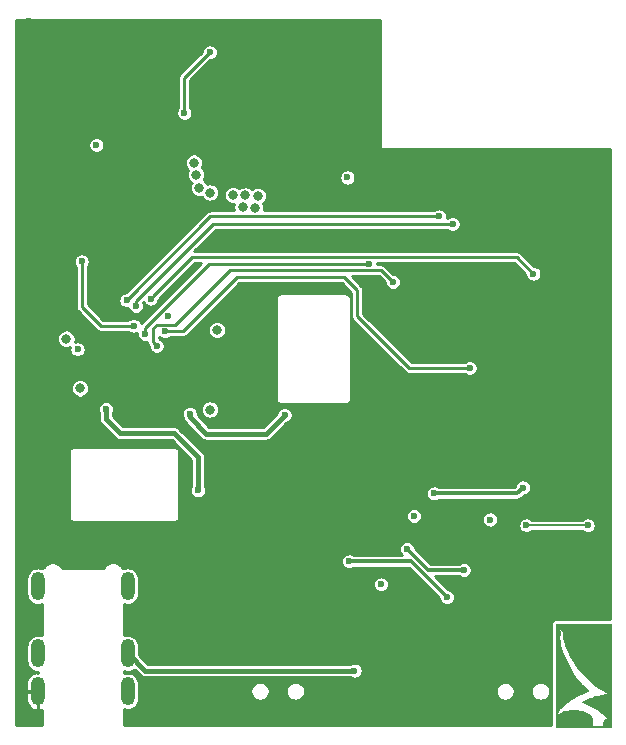
<source format=gbl>
G04 #@! TF.GenerationSoftware,KiCad,Pcbnew,(5.1.7)-1*
G04 #@! TF.CreationDate,2022-01-01T19:06:31+01:00*
G04 #@! TF.ProjectId,expressDAC,65787072-6573-4734-9441-432e6b696361,rev?*
G04 #@! TF.SameCoordinates,Original*
G04 #@! TF.FileFunction,Copper,L4,Bot*
G04 #@! TF.FilePolarity,Positive*
%FSLAX46Y46*%
G04 Gerber Fmt 4.6, Leading zero omitted, Abs format (unit mm)*
G04 Created by KiCad (PCBNEW (5.1.7)-1) date 2022-01-01 19:06:31*
%MOMM*%
%LPD*%
G01*
G04 APERTURE LIST*
G04 #@! TA.AperFunction,EtchedComponent*
%ADD10C,0.010000*%
G04 #@! TD*
G04 #@! TA.AperFunction,SMDPad,CuDef*
%ADD11C,1.524000*%
G04 #@! TD*
G04 #@! TA.AperFunction,ComponentPad*
%ADD12O,1.200000X2.400000*%
G04 #@! TD*
G04 #@! TA.AperFunction,ViaPad*
%ADD13C,0.600000*%
G04 #@! TD*
G04 #@! TA.AperFunction,ViaPad*
%ADD14C,0.800000*%
G04 #@! TD*
G04 #@! TA.AperFunction,Conductor*
%ADD15C,0.200000*%
G04 #@! TD*
G04 #@! TA.AperFunction,Conductor*
%ADD16C,0.250000*%
G04 #@! TD*
G04 #@! TA.AperFunction,Conductor*
%ADD17C,0.400000*%
G04 #@! TD*
G04 #@! TA.AperFunction,Conductor*
%ADD18C,0.300000*%
G04 #@! TD*
G04 #@! TA.AperFunction,Conductor*
%ADD19C,0.255000*%
G04 #@! TD*
G04 #@! TA.AperFunction,Conductor*
%ADD20C,0.254000*%
G04 #@! TD*
G04 #@! TA.AperFunction,Conductor*
%ADD21C,0.100000*%
G04 #@! TD*
G04 APERTURE END LIST*
D10*
G36*
X90289294Y-101792706D02*
G01*
X94995764Y-101792706D01*
X94995764Y-98971876D01*
X94801896Y-98971876D01*
X94801284Y-98973727D01*
X94778841Y-98977338D01*
X94732769Y-98982606D01*
X94669231Y-98988893D01*
X94594392Y-98995561D01*
X94573340Y-98997320D01*
X94477803Y-99006427D01*
X94373834Y-99018351D01*
X94274598Y-99031481D01*
X94199811Y-99043064D01*
X94125542Y-99058275D01*
X94027473Y-99082145D01*
X93909982Y-99113399D01*
X93777452Y-99150761D01*
X93634263Y-99192955D01*
X93484795Y-99238704D01*
X93333430Y-99286732D01*
X93184548Y-99335763D01*
X93120647Y-99357432D01*
X93030540Y-99389806D01*
X92937257Y-99425997D01*
X92844850Y-99464143D01*
X92757369Y-99502381D01*
X92678867Y-99538847D01*
X92613395Y-99571678D01*
X92565005Y-99599011D01*
X92537749Y-99618983D01*
X92533377Y-99627484D01*
X92548345Y-99638762D01*
X92586221Y-99659286D01*
X92642351Y-99686756D01*
X92712082Y-99718872D01*
X92770069Y-99744437D01*
X93123419Y-99908216D01*
X93452022Y-100083365D01*
X93759600Y-100272180D01*
X94049878Y-100476959D01*
X94326580Y-100699997D01*
X94344623Y-100715562D01*
X94408978Y-100773286D01*
X94472631Y-100833804D01*
X94527964Y-100889680D01*
X94565396Y-100931098D01*
X94637957Y-101018255D01*
X94551655Y-101074129D01*
X94497986Y-101112623D01*
X94447034Y-101155325D01*
X94416682Y-101185590D01*
X94348080Y-101283285D01*
X94294681Y-101398406D01*
X94260294Y-101520756D01*
X94248706Y-101635314D01*
X94244630Y-101679427D01*
X94233930Y-101705322D01*
X94230029Y-101708105D01*
X94207978Y-101710967D01*
X94161078Y-101713149D01*
X94094357Y-101714676D01*
X94012841Y-101715569D01*
X93921556Y-101715852D01*
X93825527Y-101715547D01*
X93729782Y-101714677D01*
X93639347Y-101713264D01*
X93559247Y-101711332D01*
X93494510Y-101708904D01*
X93450161Y-101706001D01*
X93438004Y-101704515D01*
X93394796Y-101696145D01*
X93365379Y-101688105D01*
X93359008Y-101684930D01*
X93357391Y-101667780D01*
X93359043Y-101627321D01*
X93363582Y-101569905D01*
X93369405Y-101512670D01*
X93377755Y-101336726D01*
X93361527Y-101177397D01*
X93320361Y-101033797D01*
X93253899Y-100905039D01*
X93161784Y-100790237D01*
X93043657Y-100688503D01*
X93033409Y-100681142D01*
X92883123Y-100588632D01*
X92709857Y-100506606D01*
X92519253Y-100436958D01*
X92316952Y-100381582D01*
X92108595Y-100342373D01*
X91978818Y-100327011D01*
X91735354Y-100319530D01*
X91487077Y-100340141D01*
X91236992Y-100388092D01*
X90988104Y-100462632D01*
X90743418Y-100563011D01*
X90505938Y-100688478D01*
X90487264Y-100699622D01*
X90434828Y-100730162D01*
X90393483Y-100752279D01*
X90368680Y-100763167D01*
X90364000Y-100763043D01*
X90369759Y-100731175D01*
X90385032Y-100680526D01*
X90406818Y-100619448D01*
X90432110Y-100556293D01*
X90457905Y-100499415D01*
X90461174Y-100492849D01*
X90522336Y-100385450D01*
X90598089Y-100278715D01*
X90692365Y-100167587D01*
X90803963Y-100052059D01*
X90931160Y-99934304D01*
X91079094Y-99810513D01*
X91244155Y-99682905D01*
X91422732Y-99553694D01*
X91611215Y-99425098D01*
X91805996Y-99299333D01*
X92003464Y-99178615D01*
X92200008Y-99065162D01*
X92392021Y-98961189D01*
X92575890Y-98868913D01*
X92748008Y-98790550D01*
X92904763Y-98728318D01*
X93022130Y-98690071D01*
X93021690Y-98678067D01*
X92999300Y-98649644D01*
X92956609Y-98606713D01*
X92925013Y-98577554D01*
X92845626Y-98503902D01*
X92751799Y-98413502D01*
X92649007Y-98311884D01*
X92542724Y-98204579D01*
X92438425Y-98097115D01*
X92341586Y-97995023D01*
X92257682Y-97903834D01*
X92254707Y-97900530D01*
X92142408Y-97773140D01*
X92039399Y-97650352D01*
X91943218Y-97528492D01*
X91851405Y-97403887D01*
X91761500Y-97272861D01*
X91671041Y-97131742D01*
X91577566Y-96976855D01*
X91478617Y-96804526D01*
X91371730Y-96611081D01*
X91292062Y-96463368D01*
X91116465Y-96116154D01*
X90966969Y-95779112D01*
X90842630Y-95449710D01*
X90742504Y-95125413D01*
X90665647Y-94803687D01*
X90656678Y-94758644D01*
X90618399Y-94525778D01*
X90598471Y-94310930D01*
X90597172Y-94108322D01*
X90614780Y-93912173D01*
X90651572Y-93716705D01*
X90707827Y-93516137D01*
X90717909Y-93485412D01*
X90745839Y-93402924D01*
X90766328Y-93345867D01*
X90780829Y-93311141D01*
X90790790Y-93295648D01*
X90797664Y-93296289D01*
X90801851Y-93306118D01*
X90805862Y-93328403D01*
X90812427Y-93374437D01*
X90820753Y-93438274D01*
X90830047Y-93513968D01*
X90833734Y-93545177D01*
X90877985Y-93855038D01*
X90938132Y-94168803D01*
X91012426Y-94479748D01*
X91099118Y-94781152D01*
X91196459Y-95066291D01*
X91290555Y-95300765D01*
X91444377Y-95628078D01*
X91621826Y-95957998D01*
X91819662Y-96285933D01*
X92034646Y-96607290D01*
X92263538Y-96917477D01*
X92503100Y-97211901D01*
X92750092Y-97485970D01*
X93001274Y-97735091D01*
X93019580Y-97752076D01*
X93285926Y-97988087D01*
X93549019Y-98200243D01*
X93815187Y-98392997D01*
X94090756Y-98570798D01*
X94382055Y-98738099D01*
X94539813Y-98821377D01*
X94621970Y-98864377D01*
X94692746Y-98902959D01*
X94748652Y-98935092D01*
X94786198Y-98958742D01*
X94801896Y-98971876D01*
X94995764Y-98971876D01*
X94995764Y-93022236D01*
X90289294Y-93022236D01*
X90289294Y-101792706D01*
G37*
X90289294Y-101792706D02*
X94995764Y-101792706D01*
X94995764Y-98971876D01*
X94801896Y-98971876D01*
X94801284Y-98973727D01*
X94778841Y-98977338D01*
X94732769Y-98982606D01*
X94669231Y-98988893D01*
X94594392Y-98995561D01*
X94573340Y-98997320D01*
X94477803Y-99006427D01*
X94373834Y-99018351D01*
X94274598Y-99031481D01*
X94199811Y-99043064D01*
X94125542Y-99058275D01*
X94027473Y-99082145D01*
X93909982Y-99113399D01*
X93777452Y-99150761D01*
X93634263Y-99192955D01*
X93484795Y-99238704D01*
X93333430Y-99286732D01*
X93184548Y-99335763D01*
X93120647Y-99357432D01*
X93030540Y-99389806D01*
X92937257Y-99425997D01*
X92844850Y-99464143D01*
X92757369Y-99502381D01*
X92678867Y-99538847D01*
X92613395Y-99571678D01*
X92565005Y-99599011D01*
X92537749Y-99618983D01*
X92533377Y-99627484D01*
X92548345Y-99638762D01*
X92586221Y-99659286D01*
X92642351Y-99686756D01*
X92712082Y-99718872D01*
X92770069Y-99744437D01*
X93123419Y-99908216D01*
X93452022Y-100083365D01*
X93759600Y-100272180D01*
X94049878Y-100476959D01*
X94326580Y-100699997D01*
X94344623Y-100715562D01*
X94408978Y-100773286D01*
X94472631Y-100833804D01*
X94527964Y-100889680D01*
X94565396Y-100931098D01*
X94637957Y-101018255D01*
X94551655Y-101074129D01*
X94497986Y-101112623D01*
X94447034Y-101155325D01*
X94416682Y-101185590D01*
X94348080Y-101283285D01*
X94294681Y-101398406D01*
X94260294Y-101520756D01*
X94248706Y-101635314D01*
X94244630Y-101679427D01*
X94233930Y-101705322D01*
X94230029Y-101708105D01*
X94207978Y-101710967D01*
X94161078Y-101713149D01*
X94094357Y-101714676D01*
X94012841Y-101715569D01*
X93921556Y-101715852D01*
X93825527Y-101715547D01*
X93729782Y-101714677D01*
X93639347Y-101713264D01*
X93559247Y-101711332D01*
X93494510Y-101708904D01*
X93450161Y-101706001D01*
X93438004Y-101704515D01*
X93394796Y-101696145D01*
X93365379Y-101688105D01*
X93359008Y-101684930D01*
X93357391Y-101667780D01*
X93359043Y-101627321D01*
X93363582Y-101569905D01*
X93369405Y-101512670D01*
X93377755Y-101336726D01*
X93361527Y-101177397D01*
X93320361Y-101033797D01*
X93253899Y-100905039D01*
X93161784Y-100790237D01*
X93043657Y-100688503D01*
X93033409Y-100681142D01*
X92883123Y-100588632D01*
X92709857Y-100506606D01*
X92519253Y-100436958D01*
X92316952Y-100381582D01*
X92108595Y-100342373D01*
X91978818Y-100327011D01*
X91735354Y-100319530D01*
X91487077Y-100340141D01*
X91236992Y-100388092D01*
X90988104Y-100462632D01*
X90743418Y-100563011D01*
X90505938Y-100688478D01*
X90487264Y-100699622D01*
X90434828Y-100730162D01*
X90393483Y-100752279D01*
X90368680Y-100763167D01*
X90364000Y-100763043D01*
X90369759Y-100731175D01*
X90385032Y-100680526D01*
X90406818Y-100619448D01*
X90432110Y-100556293D01*
X90457905Y-100499415D01*
X90461174Y-100492849D01*
X90522336Y-100385450D01*
X90598089Y-100278715D01*
X90692365Y-100167587D01*
X90803963Y-100052059D01*
X90931160Y-99934304D01*
X91079094Y-99810513D01*
X91244155Y-99682905D01*
X91422732Y-99553694D01*
X91611215Y-99425098D01*
X91805996Y-99299333D01*
X92003464Y-99178615D01*
X92200008Y-99065162D01*
X92392021Y-98961189D01*
X92575890Y-98868913D01*
X92748008Y-98790550D01*
X92904763Y-98728318D01*
X93022130Y-98690071D01*
X93021690Y-98678067D01*
X92999300Y-98649644D01*
X92956609Y-98606713D01*
X92925013Y-98577554D01*
X92845626Y-98503902D01*
X92751799Y-98413502D01*
X92649007Y-98311884D01*
X92542724Y-98204579D01*
X92438425Y-98097115D01*
X92341586Y-97995023D01*
X92257682Y-97903834D01*
X92254707Y-97900530D01*
X92142408Y-97773140D01*
X92039399Y-97650352D01*
X91943218Y-97528492D01*
X91851405Y-97403887D01*
X91761500Y-97272861D01*
X91671041Y-97131742D01*
X91577566Y-96976855D01*
X91478617Y-96804526D01*
X91371730Y-96611081D01*
X91292062Y-96463368D01*
X91116465Y-96116154D01*
X90966969Y-95779112D01*
X90842630Y-95449710D01*
X90742504Y-95125413D01*
X90665647Y-94803687D01*
X90656678Y-94758644D01*
X90618399Y-94525778D01*
X90598471Y-94310930D01*
X90597172Y-94108322D01*
X90614780Y-93912173D01*
X90651572Y-93716705D01*
X90707827Y-93516137D01*
X90717909Y-93485412D01*
X90745839Y-93402924D01*
X90766328Y-93345867D01*
X90780829Y-93311141D01*
X90790790Y-93295648D01*
X90797664Y-93296289D01*
X90801851Y-93306118D01*
X90805862Y-93328403D01*
X90812427Y-93374437D01*
X90820753Y-93438274D01*
X90830047Y-93513968D01*
X90833734Y-93545177D01*
X90877985Y-93855038D01*
X90938132Y-94168803D01*
X91012426Y-94479748D01*
X91099118Y-94781152D01*
X91196459Y-95066291D01*
X91290555Y-95300765D01*
X91444377Y-95628078D01*
X91621826Y-95957998D01*
X91819662Y-96285933D01*
X92034646Y-96607290D01*
X92263538Y-96917477D01*
X92503100Y-97211901D01*
X92750092Y-97485970D01*
X93001274Y-97735091D01*
X93019580Y-97752076D01*
X93285926Y-97988087D01*
X93549019Y-98200243D01*
X93815187Y-98392997D01*
X94090756Y-98570798D01*
X94382055Y-98738099D01*
X94539813Y-98821377D01*
X94621970Y-98864377D01*
X94692746Y-98902959D01*
X94748652Y-98935092D01*
X94786198Y-98958742D01*
X94801896Y-98971876D01*
X94995764Y-98971876D01*
X94995764Y-93022236D01*
X90289294Y-93022236D01*
X90289294Y-101792706D01*
D11*
X94174000Y-93844000D03*
D12*
X46450000Y-89850000D03*
X54050000Y-98750000D03*
X54050000Y-89850000D03*
X54050000Y-95550000D03*
X46450000Y-95550000D03*
X46450000Y-98750000D03*
D13*
X77075000Y-80625000D03*
X76350000Y-92100000D03*
X45700000Y-41975000D03*
X52475000Y-50800000D03*
X54825000Y-51025000D03*
X51650000Y-56725000D03*
X55750000Y-60325000D03*
X49025000Y-64250000D03*
X51250000Y-46100000D03*
X55200000Y-42425000D03*
X58275000Y-44925000D03*
D14*
X46990000Y-71628000D03*
X50038000Y-71628000D03*
D13*
X63750000Y-42500000D03*
X70500000Y-48650000D03*
X73700000Y-77400000D03*
X81000000Y-87350000D03*
X76850000Y-83900000D03*
X61500000Y-88800000D03*
X63300000Y-75150000D03*
X64300000Y-70600000D03*
X72650000Y-55250000D03*
X78300000Y-83900000D03*
X87800000Y-84700000D03*
X93000000Y-84700000D03*
X57500000Y-66950000D03*
X49800000Y-69800000D03*
X84737500Y-84212500D03*
X75499992Y-89700008D03*
D14*
X65050000Y-56800000D03*
X64000000Y-56775000D03*
X62975000Y-56750000D03*
X63775000Y-57775000D03*
X64850000Y-57800000D03*
D13*
X61000000Y-44650000D03*
X58850000Y-49800000D03*
D14*
X61000000Y-56525000D03*
X50000000Y-73100000D03*
X61000000Y-74900000D03*
X48850000Y-68900000D03*
X61600000Y-68154510D03*
X60100000Y-56125000D03*
D13*
X51400000Y-52500000D03*
D14*
X59650000Y-54000000D03*
X59825000Y-55000000D03*
D13*
X52200000Y-74850000D03*
X60000000Y-81750000D03*
X73250000Y-97000000D03*
X59300000Y-75250000D03*
X67325002Y-75375002D03*
X72800000Y-87750000D03*
X81100000Y-90800000D03*
X88400000Y-63400000D03*
X55999992Y-65500000D03*
X82500000Y-88500000D03*
X77700000Y-86700000D03*
X87500000Y-81500000D03*
X80000000Y-82000000D03*
X54750000Y-66150000D03*
X81550000Y-59200000D03*
X53950000Y-65650000D03*
X80400000Y-58550000D03*
X55500000Y-68500000D03*
X74502843Y-62547990D03*
X83000000Y-71400000D03*
X57224974Y-68275000D03*
X56500000Y-69500000D03*
X76500000Y-64100000D03*
X54550000Y-67800000D03*
X50150000Y-62350000D03*
D15*
X87800000Y-84700000D02*
X93000000Y-84700000D01*
D16*
X58850000Y-46800000D02*
X58850000Y-49800000D01*
X61000000Y-44650000D02*
X58850000Y-46800000D01*
D17*
X60000000Y-78900000D02*
X60000000Y-81750000D01*
X58000000Y-76900000D02*
X60000000Y-78900000D01*
X53400000Y-76900000D02*
X58000000Y-76900000D01*
X52200000Y-75700000D02*
X53400000Y-76900000D01*
X52200000Y-74850000D02*
X52200000Y-75700000D01*
X55500000Y-97000000D02*
X54050000Y-95550000D01*
X73250000Y-97000000D02*
X55500000Y-97000000D01*
X65738004Y-76962000D02*
X67325002Y-75375002D01*
X60706000Y-76962000D02*
X65738004Y-76962000D01*
X59300000Y-75556000D02*
X60706000Y-76962000D01*
X59300000Y-75250000D02*
X59300000Y-75556000D01*
D18*
X81100000Y-90800000D02*
X78050000Y-87750000D01*
X78050000Y-87750000D02*
X72800000Y-87750000D01*
D16*
X59504004Y-61995988D02*
X56299991Y-65200001D01*
X56299991Y-65200001D02*
X55999992Y-65500000D01*
X86995988Y-61995988D02*
X59504004Y-61995988D01*
X88400000Y-63400000D02*
X86995988Y-61995988D01*
D18*
X79500000Y-88500000D02*
X77700000Y-86700000D01*
X82500000Y-88500000D02*
X79500000Y-88500000D01*
X87000000Y-82000000D02*
X80000000Y-82000000D01*
X87500000Y-81500000D02*
X87000000Y-82000000D01*
D16*
X81125736Y-59200000D02*
X81550000Y-59200000D01*
X61275736Y-59200000D02*
X81125736Y-59200000D01*
X54750000Y-65725736D02*
X61275736Y-59200000D01*
X54750000Y-66150000D02*
X54750000Y-65725736D01*
X61050000Y-58550000D02*
X80400000Y-58550000D01*
X53950000Y-65650000D02*
X61050000Y-58550000D01*
X60952010Y-62547990D02*
X74502843Y-62547990D01*
X55500000Y-68000000D02*
X60952010Y-62547990D01*
X55500000Y-68500000D02*
X55500000Y-68000000D01*
D19*
X58725000Y-68275000D02*
X57224974Y-68275000D01*
X72400000Y-63700000D02*
X63300000Y-63700000D01*
X73500000Y-64800000D02*
X72400000Y-63700000D01*
X73500000Y-67020664D02*
X73500000Y-64800000D01*
X63300000Y-63700000D02*
X58725000Y-68275000D01*
X77879336Y-71400000D02*
X73500000Y-67020664D01*
X83000000Y-71400000D02*
X77879336Y-71400000D01*
D16*
X62700000Y-63100000D02*
X75500000Y-63100000D01*
X75500000Y-63100000D02*
X76500000Y-64100000D01*
X58077002Y-67722998D02*
X62700000Y-63100000D01*
X56500000Y-67722998D02*
X58077002Y-67722998D01*
X56200001Y-68022997D02*
X56500000Y-67722998D01*
X56200001Y-69200001D02*
X56200001Y-68022997D01*
X56500000Y-69500000D02*
X56200001Y-69200001D01*
X50150000Y-66200000D02*
X50150000Y-62350000D01*
X51750000Y-67800000D02*
X50150000Y-66200000D01*
X54550000Y-67800000D02*
X51750000Y-67800000D01*
D20*
X75373000Y-52750000D02*
X75375440Y-52774776D01*
X75382667Y-52798601D01*
X75394403Y-52820557D01*
X75410197Y-52839803D01*
X75429443Y-52855597D01*
X75451399Y-52867333D01*
X75475224Y-52874560D01*
X75500000Y-52877000D01*
X94873000Y-52877000D01*
X94873000Y-92636236D01*
X90289294Y-92636236D01*
X90253157Y-92639779D01*
X90216965Y-92643073D01*
X90215667Y-92643455D01*
X90214320Y-92643587D01*
X90179524Y-92654092D01*
X90144696Y-92664343D01*
X90143498Y-92664970D01*
X90142201Y-92665361D01*
X90110085Y-92682437D01*
X90077935Y-92699245D01*
X90076882Y-92700091D01*
X90075685Y-92700728D01*
X90047491Y-92723723D01*
X90019224Y-92746450D01*
X90018355Y-92747486D01*
X90017305Y-92748342D01*
X89994133Y-92776353D01*
X89970800Y-92804159D01*
X89970148Y-92805344D01*
X89969285Y-92806388D01*
X89952007Y-92838344D01*
X89934508Y-92870174D01*
X89934099Y-92871465D01*
X89933455Y-92872655D01*
X89922717Y-92907343D01*
X89911729Y-92941982D01*
X89911578Y-92943328D01*
X89911178Y-92944620D01*
X89907375Y-92980801D01*
X89903332Y-93016847D01*
X89903314Y-93019439D01*
X89903303Y-93019541D01*
X89903312Y-93019643D01*
X89903294Y-93022236D01*
X89903294Y-101623000D01*
X53696234Y-101623000D01*
X53700118Y-101615734D01*
X53724763Y-101534491D01*
X53733085Y-101450000D01*
X53731000Y-101428832D01*
X53731000Y-100278374D01*
X53857691Y-100316805D01*
X54050000Y-100335746D01*
X54242310Y-100316805D01*
X54427229Y-100260711D01*
X54597651Y-100169618D01*
X54747028Y-100047028D01*
X54869618Y-99897651D01*
X54960711Y-99727229D01*
X55016805Y-99542310D01*
X55031000Y-99398187D01*
X55031000Y-98670616D01*
X64444000Y-98670616D01*
X64444000Y-98829384D01*
X64474974Y-98985102D01*
X64535732Y-99131784D01*
X64623939Y-99263795D01*
X64736205Y-99376061D01*
X64868216Y-99464268D01*
X65014898Y-99525026D01*
X65170616Y-99556000D01*
X65329384Y-99556000D01*
X65485102Y-99525026D01*
X65631784Y-99464268D01*
X65763795Y-99376061D01*
X65876061Y-99263795D01*
X65964268Y-99131784D01*
X66025026Y-98985102D01*
X66056000Y-98829384D01*
X66056000Y-98670616D01*
X67444000Y-98670616D01*
X67444000Y-98829384D01*
X67474974Y-98985102D01*
X67535732Y-99131784D01*
X67623939Y-99263795D01*
X67736205Y-99376061D01*
X67868216Y-99464268D01*
X68014898Y-99525026D01*
X68170616Y-99556000D01*
X68329384Y-99556000D01*
X68485102Y-99525026D01*
X68631784Y-99464268D01*
X68763795Y-99376061D01*
X68876061Y-99263795D01*
X68964268Y-99131784D01*
X69025026Y-98985102D01*
X69056000Y-98829384D01*
X69056000Y-98670616D01*
X85194000Y-98670616D01*
X85194000Y-98829384D01*
X85224974Y-98985102D01*
X85285732Y-99131784D01*
X85373939Y-99263795D01*
X85486205Y-99376061D01*
X85618216Y-99464268D01*
X85764898Y-99525026D01*
X85920616Y-99556000D01*
X86079384Y-99556000D01*
X86235102Y-99525026D01*
X86381784Y-99464268D01*
X86513795Y-99376061D01*
X86626061Y-99263795D01*
X86714268Y-99131784D01*
X86775026Y-98985102D01*
X86806000Y-98829384D01*
X86806000Y-98670616D01*
X88194000Y-98670616D01*
X88194000Y-98829384D01*
X88224974Y-98985102D01*
X88285732Y-99131784D01*
X88373939Y-99263795D01*
X88486205Y-99376061D01*
X88618216Y-99464268D01*
X88764898Y-99525026D01*
X88920616Y-99556000D01*
X89079384Y-99556000D01*
X89235102Y-99525026D01*
X89381784Y-99464268D01*
X89513795Y-99376061D01*
X89626061Y-99263795D01*
X89714268Y-99131784D01*
X89775026Y-98985102D01*
X89806000Y-98829384D01*
X89806000Y-98670616D01*
X89775026Y-98514898D01*
X89714268Y-98368216D01*
X89626061Y-98236205D01*
X89513795Y-98123939D01*
X89381784Y-98035732D01*
X89235102Y-97974974D01*
X89079384Y-97944000D01*
X88920616Y-97944000D01*
X88764898Y-97974974D01*
X88618216Y-98035732D01*
X88486205Y-98123939D01*
X88373939Y-98236205D01*
X88285732Y-98368216D01*
X88224974Y-98514898D01*
X88194000Y-98670616D01*
X86806000Y-98670616D01*
X86775026Y-98514898D01*
X86714268Y-98368216D01*
X86626061Y-98236205D01*
X86513795Y-98123939D01*
X86381784Y-98035732D01*
X86235102Y-97974974D01*
X86079384Y-97944000D01*
X85920616Y-97944000D01*
X85764898Y-97974974D01*
X85618216Y-98035732D01*
X85486205Y-98123939D01*
X85373939Y-98236205D01*
X85285732Y-98368216D01*
X85224974Y-98514898D01*
X85194000Y-98670616D01*
X69056000Y-98670616D01*
X69025026Y-98514898D01*
X68964268Y-98368216D01*
X68876061Y-98236205D01*
X68763795Y-98123939D01*
X68631784Y-98035732D01*
X68485102Y-97974974D01*
X68329384Y-97944000D01*
X68170616Y-97944000D01*
X68014898Y-97974974D01*
X67868216Y-98035732D01*
X67736205Y-98123939D01*
X67623939Y-98236205D01*
X67535732Y-98368216D01*
X67474974Y-98514898D01*
X67444000Y-98670616D01*
X66056000Y-98670616D01*
X66025026Y-98514898D01*
X65964268Y-98368216D01*
X65876061Y-98236205D01*
X65763795Y-98123939D01*
X65631784Y-98035732D01*
X65485102Y-97974974D01*
X65329384Y-97944000D01*
X65170616Y-97944000D01*
X65014898Y-97974974D01*
X64868216Y-98035732D01*
X64736205Y-98123939D01*
X64623939Y-98236205D01*
X64535732Y-98368216D01*
X64474974Y-98514898D01*
X64444000Y-98670616D01*
X55031000Y-98670616D01*
X55031000Y-98101813D01*
X55016805Y-97957690D01*
X54960711Y-97772771D01*
X54869618Y-97602349D01*
X54747028Y-97452972D01*
X54597651Y-97330382D01*
X54427228Y-97239289D01*
X54242309Y-97183195D01*
X54050000Y-97164254D01*
X53857690Y-97183195D01*
X53731000Y-97221626D01*
X53731000Y-97078374D01*
X53857691Y-97116805D01*
X54050000Y-97135746D01*
X54242310Y-97116805D01*
X54427229Y-97060711D01*
X54597651Y-96969618D01*
X54625283Y-96946941D01*
X55068987Y-97390645D01*
X55087183Y-97412817D01*
X55157567Y-97470579D01*
X55175652Y-97485421D01*
X55276585Y-97539371D01*
X55386104Y-97572593D01*
X55500000Y-97583811D01*
X55528540Y-97581000D01*
X72893761Y-97581000D01*
X72927426Y-97603494D01*
X73051360Y-97654829D01*
X73182927Y-97681000D01*
X73317073Y-97681000D01*
X73448640Y-97654829D01*
X73572574Y-97603494D01*
X73684112Y-97528967D01*
X73778967Y-97434112D01*
X73853494Y-97322574D01*
X73904829Y-97198640D01*
X73931000Y-97067073D01*
X73931000Y-96932927D01*
X73904829Y-96801360D01*
X73853494Y-96677426D01*
X73778967Y-96565888D01*
X73684112Y-96471033D01*
X73572574Y-96396506D01*
X73448640Y-96345171D01*
X73317073Y-96319000D01*
X73182927Y-96319000D01*
X73051360Y-96345171D01*
X72927426Y-96396506D01*
X72893761Y-96419000D01*
X55740658Y-96419000D01*
X55031000Y-95709343D01*
X55031000Y-94901813D01*
X55016805Y-94757690D01*
X54960711Y-94572771D01*
X54869618Y-94402349D01*
X54747028Y-94252972D01*
X54597651Y-94130382D01*
X54427228Y-94039289D01*
X54242309Y-93983195D01*
X54050000Y-93964254D01*
X53857690Y-93983195D01*
X53731000Y-94021626D01*
X53731000Y-91378374D01*
X53857691Y-91416805D01*
X54050000Y-91435746D01*
X54242310Y-91416805D01*
X54427229Y-91360711D01*
X54597651Y-91269618D01*
X54747028Y-91147028D01*
X54869618Y-90997651D01*
X54960711Y-90827229D01*
X55016805Y-90642310D01*
X55031000Y-90498187D01*
X55031000Y-89632935D01*
X74818992Y-89632935D01*
X74818992Y-89767081D01*
X74845163Y-89898648D01*
X74896498Y-90022582D01*
X74971025Y-90134120D01*
X75065880Y-90228975D01*
X75177418Y-90303502D01*
X75301352Y-90354837D01*
X75432919Y-90381008D01*
X75567065Y-90381008D01*
X75698632Y-90354837D01*
X75822566Y-90303502D01*
X75934104Y-90228975D01*
X76028959Y-90134120D01*
X76103486Y-90022582D01*
X76154821Y-89898648D01*
X76180992Y-89767081D01*
X76180992Y-89632935D01*
X76154821Y-89501368D01*
X76103486Y-89377434D01*
X76028959Y-89265896D01*
X75934104Y-89171041D01*
X75822566Y-89096514D01*
X75698632Y-89045179D01*
X75567065Y-89019008D01*
X75432919Y-89019008D01*
X75301352Y-89045179D01*
X75177418Y-89096514D01*
X75065880Y-89171041D01*
X74971025Y-89265896D01*
X74896498Y-89377434D01*
X74845163Y-89501368D01*
X74818992Y-89632935D01*
X55031000Y-89632935D01*
X55031000Y-89201813D01*
X55016805Y-89057690D01*
X54960711Y-88872771D01*
X54869618Y-88702349D01*
X54747028Y-88552972D01*
X54597651Y-88430382D01*
X54427228Y-88339289D01*
X54242309Y-88283195D01*
X54050000Y-88264254D01*
X53857690Y-88283195D01*
X53672771Y-88339289D01*
X53642164Y-88355649D01*
X53640119Y-88350687D01*
X53637261Y-88345402D01*
X53637257Y-88345393D01*
X53637252Y-88345386D01*
X53590245Y-88259881D01*
X53568189Y-88227669D01*
X53546557Y-88195110D01*
X53542721Y-88190473D01*
X53479996Y-88115721D01*
X53452103Y-88088406D01*
X53424563Y-88060673D01*
X53419899Y-88056870D01*
X53343849Y-87995724D01*
X53311146Y-87974323D01*
X53278776Y-87952490D01*
X53273473Y-87949670D01*
X53273464Y-87949664D01*
X53273455Y-87949660D01*
X53186983Y-87904454D01*
X53150748Y-87889814D01*
X53114755Y-87874684D01*
X53108994Y-87872944D01*
X53108992Y-87872943D01*
X53108988Y-87872942D01*
X53015382Y-87845392D01*
X52977027Y-87838075D01*
X52938742Y-87830217D01*
X52932759Y-87829631D01*
X52932756Y-87829630D01*
X52932753Y-87829630D01*
X52835571Y-87820786D01*
X52796509Y-87821059D01*
X52757448Y-87820786D01*
X52751458Y-87821373D01*
X52751454Y-87821373D01*
X52654410Y-87831573D01*
X52616162Y-87839424D01*
X52577772Y-87846747D01*
X52572021Y-87848484D01*
X52572011Y-87848486D01*
X52572002Y-87848490D01*
X52478792Y-87877343D01*
X52442800Y-87892472D01*
X52406559Y-87907115D01*
X52401256Y-87909935D01*
X52401248Y-87909939D01*
X52401241Y-87909944D01*
X52315408Y-87956354D01*
X52283046Y-87978182D01*
X52250337Y-87999587D01*
X52245673Y-88003390D01*
X52170485Y-88065592D01*
X52142964Y-88093305D01*
X52115052Y-88120639D01*
X52111216Y-88125276D01*
X52111213Y-88125279D01*
X52111212Y-88125281D01*
X52049540Y-88200897D01*
X52027918Y-88233440D01*
X52005850Y-88265670D01*
X52002987Y-88270964D01*
X51977446Y-88319000D01*
X48522746Y-88319000D01*
X48490245Y-88259881D01*
X48468189Y-88227669D01*
X48446557Y-88195110D01*
X48442721Y-88190473D01*
X48379996Y-88115721D01*
X48352103Y-88088406D01*
X48324563Y-88060673D01*
X48319899Y-88056870D01*
X48243849Y-87995724D01*
X48211146Y-87974323D01*
X48178776Y-87952490D01*
X48173473Y-87949670D01*
X48173464Y-87949664D01*
X48173455Y-87949660D01*
X48086983Y-87904454D01*
X48050748Y-87889814D01*
X48014755Y-87874684D01*
X48008994Y-87872944D01*
X48008992Y-87872943D01*
X48008988Y-87872942D01*
X47915382Y-87845392D01*
X47877027Y-87838075D01*
X47838742Y-87830217D01*
X47832759Y-87829631D01*
X47832756Y-87829630D01*
X47832753Y-87829630D01*
X47735571Y-87820786D01*
X47696509Y-87821059D01*
X47657448Y-87820786D01*
X47651458Y-87821373D01*
X47651454Y-87821373D01*
X47554410Y-87831573D01*
X47516162Y-87839424D01*
X47477772Y-87846747D01*
X47472021Y-87848484D01*
X47472011Y-87848486D01*
X47472002Y-87848490D01*
X47378792Y-87877343D01*
X47342800Y-87892472D01*
X47306559Y-87907115D01*
X47301256Y-87909935D01*
X47301248Y-87909939D01*
X47301241Y-87909944D01*
X47215408Y-87956354D01*
X47183046Y-87978182D01*
X47150337Y-87999587D01*
X47145673Y-88003390D01*
X47070485Y-88065592D01*
X47042964Y-88093305D01*
X47015052Y-88120639D01*
X47011216Y-88125276D01*
X47011213Y-88125279D01*
X47011212Y-88125281D01*
X46949540Y-88200897D01*
X46927918Y-88233440D01*
X46905850Y-88265670D01*
X46902987Y-88270964D01*
X46857932Y-88355701D01*
X46827228Y-88339289D01*
X46642309Y-88283195D01*
X46450000Y-88264254D01*
X46257690Y-88283195D01*
X46072771Y-88339289D01*
X45902349Y-88430382D01*
X45752972Y-88552972D01*
X45630382Y-88702349D01*
X45539289Y-88872772D01*
X45483195Y-89057691D01*
X45469000Y-89201814D01*
X45469001Y-90498187D01*
X45483196Y-90642310D01*
X45539290Y-90827229D01*
X45630383Y-90997651D01*
X45752973Y-91147028D01*
X45902350Y-91269618D01*
X46072772Y-91360711D01*
X46257691Y-91416805D01*
X46450000Y-91435746D01*
X46642310Y-91416805D01*
X46769001Y-91378374D01*
X46769001Y-94021626D01*
X46642309Y-93983195D01*
X46450000Y-93964254D01*
X46257690Y-93983195D01*
X46072771Y-94039289D01*
X45902349Y-94130382D01*
X45752972Y-94252972D01*
X45630382Y-94402349D01*
X45539289Y-94572772D01*
X45483195Y-94757691D01*
X45469000Y-94901814D01*
X45469001Y-96198187D01*
X45483196Y-96342310D01*
X45539290Y-96527229D01*
X45630383Y-96697651D01*
X45752973Y-96847028D01*
X45902350Y-96969618D01*
X46072772Y-97060711D01*
X46257691Y-97116805D01*
X46426998Y-97133480D01*
X46426998Y-97230036D01*
X46266665Y-97139497D01*
X46078233Y-97192374D01*
X45898553Y-97283303D01*
X45740065Y-97407538D01*
X45608859Y-97560306D01*
X45509978Y-97735735D01*
X45447221Y-97927084D01*
X45423000Y-98127000D01*
X45423000Y-98727000D01*
X46427000Y-98727000D01*
X46427000Y-98707000D01*
X46473000Y-98707000D01*
X46473000Y-98727000D01*
X46493000Y-98727000D01*
X46493000Y-98773000D01*
X46473000Y-98773000D01*
X46473000Y-100269963D01*
X46633335Y-100360503D01*
X46769000Y-100322433D01*
X46769000Y-101428832D01*
X46766915Y-101450000D01*
X46775237Y-101534491D01*
X46799882Y-101615734D01*
X46803766Y-101623000D01*
X44627000Y-101623000D01*
X44627000Y-98773000D01*
X45423000Y-98773000D01*
X45423000Y-99373000D01*
X45447221Y-99572916D01*
X45509978Y-99764265D01*
X45608859Y-99939694D01*
X45740065Y-100092462D01*
X45898553Y-100216697D01*
X46078233Y-100307626D01*
X46266665Y-100360503D01*
X46427000Y-100269963D01*
X46427000Y-98773000D01*
X45423000Y-98773000D01*
X44627000Y-98773000D01*
X44627000Y-87682927D01*
X72119000Y-87682927D01*
X72119000Y-87817073D01*
X72145171Y-87948640D01*
X72196506Y-88072574D01*
X72271033Y-88184112D01*
X72365888Y-88278967D01*
X72477426Y-88353494D01*
X72601360Y-88404829D01*
X72732927Y-88431000D01*
X72867073Y-88431000D01*
X72998640Y-88404829D01*
X73122574Y-88353494D01*
X73231069Y-88281000D01*
X77830054Y-88281000D01*
X80419714Y-90870661D01*
X80445171Y-90998640D01*
X80496506Y-91122574D01*
X80571033Y-91234112D01*
X80665888Y-91328967D01*
X80777426Y-91403494D01*
X80901360Y-91454829D01*
X81032927Y-91481000D01*
X81167073Y-91481000D01*
X81298640Y-91454829D01*
X81422574Y-91403494D01*
X81534112Y-91328967D01*
X81628967Y-91234112D01*
X81703494Y-91122574D01*
X81754829Y-90998640D01*
X81781000Y-90867073D01*
X81781000Y-90732927D01*
X81754829Y-90601360D01*
X81703494Y-90477426D01*
X81628967Y-90365888D01*
X81534112Y-90271033D01*
X81422574Y-90196506D01*
X81298640Y-90145171D01*
X81170661Y-90119714D01*
X80081947Y-89031000D01*
X82068931Y-89031000D01*
X82177426Y-89103494D01*
X82301360Y-89154829D01*
X82432927Y-89181000D01*
X82567073Y-89181000D01*
X82698640Y-89154829D01*
X82822574Y-89103494D01*
X82934112Y-89028967D01*
X83028967Y-88934112D01*
X83103494Y-88822574D01*
X83154829Y-88698640D01*
X83181000Y-88567073D01*
X83181000Y-88432927D01*
X83154829Y-88301360D01*
X83103494Y-88177426D01*
X83028967Y-88065888D01*
X82934112Y-87971033D01*
X82822574Y-87896506D01*
X82698640Y-87845171D01*
X82567073Y-87819000D01*
X82432927Y-87819000D01*
X82301360Y-87845171D01*
X82177426Y-87896506D01*
X82068931Y-87969000D01*
X79719947Y-87969000D01*
X78380287Y-86629340D01*
X78354829Y-86501360D01*
X78303494Y-86377426D01*
X78228967Y-86265888D01*
X78134112Y-86171033D01*
X78022574Y-86096506D01*
X77898640Y-86045171D01*
X77767073Y-86019000D01*
X77632927Y-86019000D01*
X77501360Y-86045171D01*
X77377426Y-86096506D01*
X77265888Y-86171033D01*
X77171033Y-86265888D01*
X77096506Y-86377426D01*
X77045171Y-86501360D01*
X77019000Y-86632927D01*
X77019000Y-86767073D01*
X77045171Y-86898640D01*
X77096506Y-87022574D01*
X77171033Y-87134112D01*
X77255921Y-87219000D01*
X73231069Y-87219000D01*
X73122574Y-87146506D01*
X72998640Y-87095171D01*
X72867073Y-87069000D01*
X72732927Y-87069000D01*
X72601360Y-87095171D01*
X72477426Y-87146506D01*
X72365888Y-87221033D01*
X72271033Y-87315888D01*
X72196506Y-87427426D01*
X72145171Y-87551360D01*
X72119000Y-87682927D01*
X44627000Y-87682927D01*
X44627000Y-78500000D01*
X49066915Y-78500000D01*
X49069000Y-78521169D01*
X49069001Y-83978821D01*
X49066915Y-84000000D01*
X49075237Y-84084491D01*
X49099882Y-84165734D01*
X49139903Y-84240609D01*
X49193763Y-84306237D01*
X49259391Y-84360097D01*
X49334266Y-84400118D01*
X49415509Y-84424763D01*
X49478832Y-84431000D01*
X49500000Y-84433085D01*
X49521168Y-84431000D01*
X57978832Y-84431000D01*
X58000000Y-84433085D01*
X58021168Y-84431000D01*
X58084491Y-84424763D01*
X58165734Y-84400118D01*
X58240609Y-84360097D01*
X58306237Y-84306237D01*
X58360097Y-84240609D01*
X58400118Y-84165734D01*
X58424763Y-84084491D01*
X58433085Y-84000000D01*
X58431000Y-83978832D01*
X58431000Y-83832927D01*
X77619000Y-83832927D01*
X77619000Y-83967073D01*
X77645171Y-84098640D01*
X77696506Y-84222574D01*
X77771033Y-84334112D01*
X77865888Y-84428967D01*
X77977426Y-84503494D01*
X78101360Y-84554829D01*
X78232927Y-84581000D01*
X78367073Y-84581000D01*
X78498640Y-84554829D01*
X78622574Y-84503494D01*
X78734112Y-84428967D01*
X78828967Y-84334112D01*
X78903494Y-84222574D01*
X78935449Y-84145427D01*
X84056500Y-84145427D01*
X84056500Y-84279573D01*
X84082671Y-84411140D01*
X84134006Y-84535074D01*
X84208533Y-84646612D01*
X84303388Y-84741467D01*
X84414926Y-84815994D01*
X84538860Y-84867329D01*
X84670427Y-84893500D01*
X84804573Y-84893500D01*
X84936140Y-84867329D01*
X85060074Y-84815994D01*
X85171612Y-84741467D01*
X85266467Y-84646612D01*
X85275610Y-84632927D01*
X87119000Y-84632927D01*
X87119000Y-84767073D01*
X87145171Y-84898640D01*
X87196506Y-85022574D01*
X87271033Y-85134112D01*
X87365888Y-85228967D01*
X87477426Y-85303494D01*
X87601360Y-85354829D01*
X87732927Y-85381000D01*
X87867073Y-85381000D01*
X87998640Y-85354829D01*
X88122574Y-85303494D01*
X88234112Y-85228967D01*
X88282079Y-85181000D01*
X92517921Y-85181000D01*
X92565888Y-85228967D01*
X92677426Y-85303494D01*
X92801360Y-85354829D01*
X92932927Y-85381000D01*
X93067073Y-85381000D01*
X93198640Y-85354829D01*
X93322574Y-85303494D01*
X93434112Y-85228967D01*
X93528967Y-85134112D01*
X93603494Y-85022574D01*
X93654829Y-84898640D01*
X93681000Y-84767073D01*
X93681000Y-84632927D01*
X93654829Y-84501360D01*
X93603494Y-84377426D01*
X93528967Y-84265888D01*
X93434112Y-84171033D01*
X93322574Y-84096506D01*
X93198640Y-84045171D01*
X93067073Y-84019000D01*
X92932927Y-84019000D01*
X92801360Y-84045171D01*
X92677426Y-84096506D01*
X92565888Y-84171033D01*
X92517921Y-84219000D01*
X88282079Y-84219000D01*
X88234112Y-84171033D01*
X88122574Y-84096506D01*
X87998640Y-84045171D01*
X87867073Y-84019000D01*
X87732927Y-84019000D01*
X87601360Y-84045171D01*
X87477426Y-84096506D01*
X87365888Y-84171033D01*
X87271033Y-84265888D01*
X87196506Y-84377426D01*
X87145171Y-84501360D01*
X87119000Y-84632927D01*
X85275610Y-84632927D01*
X85340994Y-84535074D01*
X85392329Y-84411140D01*
X85418500Y-84279573D01*
X85418500Y-84145427D01*
X85392329Y-84013860D01*
X85340994Y-83889926D01*
X85266467Y-83778388D01*
X85171612Y-83683533D01*
X85060074Y-83609006D01*
X84936140Y-83557671D01*
X84804573Y-83531500D01*
X84670427Y-83531500D01*
X84538860Y-83557671D01*
X84414926Y-83609006D01*
X84303388Y-83683533D01*
X84208533Y-83778388D01*
X84134006Y-83889926D01*
X84082671Y-84013860D01*
X84056500Y-84145427D01*
X78935449Y-84145427D01*
X78954829Y-84098640D01*
X78981000Y-83967073D01*
X78981000Y-83832927D01*
X78954829Y-83701360D01*
X78903494Y-83577426D01*
X78828967Y-83465888D01*
X78734112Y-83371033D01*
X78622574Y-83296506D01*
X78498640Y-83245171D01*
X78367073Y-83219000D01*
X78232927Y-83219000D01*
X78101360Y-83245171D01*
X77977426Y-83296506D01*
X77865888Y-83371033D01*
X77771033Y-83465888D01*
X77696506Y-83577426D01*
X77645171Y-83701360D01*
X77619000Y-83832927D01*
X58431000Y-83832927D01*
X58431000Y-78521168D01*
X58433085Y-78500000D01*
X58424763Y-78415509D01*
X58400118Y-78334266D01*
X58360097Y-78259391D01*
X58306237Y-78193763D01*
X58240609Y-78139903D01*
X58165734Y-78099882D01*
X58084491Y-78075237D01*
X58021168Y-78069000D01*
X58000000Y-78066915D01*
X57978832Y-78069000D01*
X49521168Y-78069000D01*
X49500000Y-78066915D01*
X49478832Y-78069000D01*
X49415509Y-78075237D01*
X49334266Y-78099882D01*
X49259391Y-78139903D01*
X49193763Y-78193763D01*
X49139903Y-78259391D01*
X49099882Y-78334266D01*
X49075237Y-78415509D01*
X49066915Y-78500000D01*
X44627000Y-78500000D01*
X44627000Y-74782927D01*
X51519000Y-74782927D01*
X51519000Y-74917073D01*
X51545171Y-75048640D01*
X51596506Y-75172574D01*
X51619000Y-75206239D01*
X51619000Y-75671460D01*
X51616189Y-75700000D01*
X51627407Y-75813895D01*
X51660629Y-75923414D01*
X51714579Y-76024347D01*
X51714580Y-76024348D01*
X51787184Y-76112817D01*
X51809355Y-76131012D01*
X52968987Y-77290645D01*
X52987183Y-77312817D01*
X53075652Y-77385421D01*
X53176585Y-77439371D01*
X53286104Y-77472593D01*
X53371460Y-77481000D01*
X53371462Y-77481000D01*
X53399999Y-77483811D01*
X53428536Y-77481000D01*
X57759343Y-77481000D01*
X59419000Y-79140658D01*
X59419001Y-81393760D01*
X59396506Y-81427426D01*
X59345171Y-81551360D01*
X59319000Y-81682927D01*
X59319000Y-81817073D01*
X59345171Y-81948640D01*
X59396506Y-82072574D01*
X59471033Y-82184112D01*
X59565888Y-82278967D01*
X59677426Y-82353494D01*
X59801360Y-82404829D01*
X59932927Y-82431000D01*
X60067073Y-82431000D01*
X60198640Y-82404829D01*
X60322574Y-82353494D01*
X60434112Y-82278967D01*
X60528967Y-82184112D01*
X60603494Y-82072574D01*
X60654829Y-81948640D01*
X60657954Y-81932927D01*
X79319000Y-81932927D01*
X79319000Y-82067073D01*
X79345171Y-82198640D01*
X79396506Y-82322574D01*
X79471033Y-82434112D01*
X79565888Y-82528967D01*
X79677426Y-82603494D01*
X79801360Y-82654829D01*
X79932927Y-82681000D01*
X80067073Y-82681000D01*
X80198640Y-82654829D01*
X80322574Y-82603494D01*
X80431069Y-82531000D01*
X86973926Y-82531000D01*
X87000000Y-82533568D01*
X87026074Y-82531000D01*
X87026084Y-82531000D01*
X87104094Y-82523317D01*
X87204188Y-82492953D01*
X87296435Y-82443646D01*
X87377290Y-82377290D01*
X87393921Y-82357025D01*
X87570660Y-82180286D01*
X87698640Y-82154829D01*
X87822574Y-82103494D01*
X87934112Y-82028967D01*
X88028967Y-81934112D01*
X88103494Y-81822574D01*
X88154829Y-81698640D01*
X88181000Y-81567073D01*
X88181000Y-81432927D01*
X88154829Y-81301360D01*
X88103494Y-81177426D01*
X88028967Y-81065888D01*
X87934112Y-80971033D01*
X87822574Y-80896506D01*
X87698640Y-80845171D01*
X87567073Y-80819000D01*
X87432927Y-80819000D01*
X87301360Y-80845171D01*
X87177426Y-80896506D01*
X87065888Y-80971033D01*
X86971033Y-81065888D01*
X86896506Y-81177426D01*
X86845171Y-81301360D01*
X86819714Y-81429340D01*
X86780053Y-81469000D01*
X80431069Y-81469000D01*
X80322574Y-81396506D01*
X80198640Y-81345171D01*
X80067073Y-81319000D01*
X79932927Y-81319000D01*
X79801360Y-81345171D01*
X79677426Y-81396506D01*
X79565888Y-81471033D01*
X79471033Y-81565888D01*
X79396506Y-81677426D01*
X79345171Y-81801360D01*
X79319000Y-81932927D01*
X60657954Y-81932927D01*
X60681000Y-81817073D01*
X60681000Y-81682927D01*
X60654829Y-81551360D01*
X60603494Y-81427426D01*
X60581000Y-81393761D01*
X60581000Y-78928539D01*
X60583811Y-78899999D01*
X60572593Y-78786104D01*
X60539371Y-78676585D01*
X60533571Y-78665734D01*
X60485421Y-78575652D01*
X60412817Y-78487183D01*
X60390646Y-78468988D01*
X58431017Y-76509360D01*
X58412817Y-76487183D01*
X58324348Y-76414579D01*
X58223415Y-76360629D01*
X58113896Y-76327407D01*
X58028540Y-76319000D01*
X58000000Y-76316189D01*
X57971460Y-76319000D01*
X53640658Y-76319000D01*
X52781000Y-75459343D01*
X52781000Y-75206239D01*
X52796576Y-75182927D01*
X58619000Y-75182927D01*
X58619000Y-75317073D01*
X58645171Y-75448640D01*
X58696506Y-75572574D01*
X58721507Y-75609990D01*
X58727407Y-75669896D01*
X58760629Y-75779415D01*
X58814580Y-75880348D01*
X58887184Y-75968817D01*
X58909355Y-75987012D01*
X60274987Y-77352645D01*
X60293183Y-77374817D01*
X60381652Y-77447421D01*
X60482585Y-77501371D01*
X60592104Y-77534593D01*
X60677460Y-77543000D01*
X60677462Y-77543000D01*
X60705999Y-77545811D01*
X60734536Y-77543000D01*
X65709464Y-77543000D01*
X65738004Y-77545811D01*
X65766544Y-77543000D01*
X65851900Y-77534593D01*
X65961419Y-77501371D01*
X66062352Y-77447421D01*
X66150821Y-77374817D01*
X66169021Y-77352640D01*
X67483932Y-76037730D01*
X67523642Y-76029831D01*
X67647576Y-75978496D01*
X67759114Y-75903969D01*
X67853969Y-75809114D01*
X67928496Y-75697576D01*
X67979831Y-75573642D01*
X68006002Y-75442075D01*
X68006002Y-75307929D01*
X67979831Y-75176362D01*
X67928496Y-75052428D01*
X67853969Y-74940890D01*
X67759114Y-74846035D01*
X67647576Y-74771508D01*
X67523642Y-74720173D01*
X67392075Y-74694002D01*
X67257929Y-74694002D01*
X67126362Y-74720173D01*
X67002428Y-74771508D01*
X66890890Y-74846035D01*
X66796035Y-74940890D01*
X66721508Y-75052428D01*
X66670173Y-75176362D01*
X66662274Y-75216072D01*
X65497347Y-76381000D01*
X60946658Y-76381000D01*
X59964696Y-75399038D01*
X59981000Y-75317073D01*
X59981000Y-75182927D01*
X59954829Y-75051360D01*
X59903494Y-74927426D01*
X59833772Y-74823078D01*
X60219000Y-74823078D01*
X60219000Y-74976922D01*
X60249013Y-75127809D01*
X60307887Y-75269942D01*
X60393358Y-75397859D01*
X60502141Y-75506642D01*
X60630058Y-75592113D01*
X60772191Y-75650987D01*
X60923078Y-75681000D01*
X61076922Y-75681000D01*
X61227809Y-75650987D01*
X61369942Y-75592113D01*
X61497859Y-75506642D01*
X61606642Y-75397859D01*
X61692113Y-75269942D01*
X61750987Y-75127809D01*
X61781000Y-74976922D01*
X61781000Y-74823078D01*
X61750987Y-74672191D01*
X61692113Y-74530058D01*
X61606642Y-74402141D01*
X61497859Y-74293358D01*
X61369942Y-74207887D01*
X61227809Y-74149013D01*
X61076922Y-74119000D01*
X60923078Y-74119000D01*
X60772191Y-74149013D01*
X60630058Y-74207887D01*
X60502141Y-74293358D01*
X60393358Y-74402141D01*
X60307887Y-74530058D01*
X60249013Y-74672191D01*
X60219000Y-74823078D01*
X59833772Y-74823078D01*
X59828967Y-74815888D01*
X59734112Y-74721033D01*
X59622574Y-74646506D01*
X59498640Y-74595171D01*
X59367073Y-74569000D01*
X59232927Y-74569000D01*
X59101360Y-74595171D01*
X58977426Y-74646506D01*
X58865888Y-74721033D01*
X58771033Y-74815888D01*
X58696506Y-74927426D01*
X58645171Y-75051360D01*
X58619000Y-75182927D01*
X52796576Y-75182927D01*
X52803494Y-75172574D01*
X52854829Y-75048640D01*
X52881000Y-74917073D01*
X52881000Y-74782927D01*
X52854829Y-74651360D01*
X52803494Y-74527426D01*
X52728967Y-74415888D01*
X52634112Y-74321033D01*
X52522574Y-74246506D01*
X52398640Y-74195171D01*
X52267073Y-74169000D01*
X52132927Y-74169000D01*
X52001360Y-74195171D01*
X51877426Y-74246506D01*
X51765888Y-74321033D01*
X51671033Y-74415888D01*
X51596506Y-74527426D01*
X51545171Y-74651360D01*
X51519000Y-74782927D01*
X44627000Y-74782927D01*
X44627000Y-73023078D01*
X49219000Y-73023078D01*
X49219000Y-73176922D01*
X49249013Y-73327809D01*
X49307887Y-73469942D01*
X49393358Y-73597859D01*
X49502141Y-73706642D01*
X49630058Y-73792113D01*
X49772191Y-73850987D01*
X49923078Y-73881000D01*
X50076922Y-73881000D01*
X50227809Y-73850987D01*
X50369942Y-73792113D01*
X50497859Y-73706642D01*
X50606642Y-73597859D01*
X50692113Y-73469942D01*
X50750987Y-73327809D01*
X50781000Y-73176922D01*
X50781000Y-73023078D01*
X50750987Y-72872191D01*
X50692113Y-72730058D01*
X50606642Y-72602141D01*
X50497859Y-72493358D01*
X50369942Y-72407887D01*
X50227809Y-72349013D01*
X50076922Y-72319000D01*
X49923078Y-72319000D01*
X49772191Y-72349013D01*
X49630058Y-72407887D01*
X49502141Y-72493358D01*
X49393358Y-72602141D01*
X49307887Y-72730058D01*
X49249013Y-72872191D01*
X49219000Y-73023078D01*
X44627000Y-73023078D01*
X44627000Y-68823078D01*
X48069000Y-68823078D01*
X48069000Y-68976922D01*
X48099013Y-69127809D01*
X48157887Y-69269942D01*
X48243358Y-69397859D01*
X48352141Y-69506642D01*
X48480058Y-69592113D01*
X48622191Y-69650987D01*
X48773078Y-69681000D01*
X48926922Y-69681000D01*
X49077809Y-69650987D01*
X49140462Y-69625035D01*
X49119000Y-69732927D01*
X49119000Y-69867073D01*
X49145171Y-69998640D01*
X49196506Y-70122574D01*
X49271033Y-70234112D01*
X49365888Y-70328967D01*
X49477426Y-70403494D01*
X49601360Y-70454829D01*
X49732927Y-70481000D01*
X49867073Y-70481000D01*
X49998640Y-70454829D01*
X50122574Y-70403494D01*
X50234112Y-70328967D01*
X50328967Y-70234112D01*
X50403494Y-70122574D01*
X50454829Y-69998640D01*
X50481000Y-69867073D01*
X50481000Y-69732927D01*
X50454829Y-69601360D01*
X50403494Y-69477426D01*
X50328967Y-69365888D01*
X50234112Y-69271033D01*
X50122574Y-69196506D01*
X49998640Y-69145171D01*
X49867073Y-69119000D01*
X49732927Y-69119000D01*
X49601360Y-69145171D01*
X49592229Y-69148953D01*
X49600987Y-69127809D01*
X49631000Y-68976922D01*
X49631000Y-68823078D01*
X49600987Y-68672191D01*
X49542113Y-68530058D01*
X49456642Y-68402141D01*
X49347859Y-68293358D01*
X49219942Y-68207887D01*
X49077809Y-68149013D01*
X48926922Y-68119000D01*
X48773078Y-68119000D01*
X48622191Y-68149013D01*
X48480058Y-68207887D01*
X48352141Y-68293358D01*
X48243358Y-68402141D01*
X48157887Y-68530058D01*
X48099013Y-68672191D01*
X48069000Y-68823078D01*
X44627000Y-68823078D01*
X44627000Y-62282927D01*
X49469000Y-62282927D01*
X49469000Y-62417073D01*
X49495171Y-62548640D01*
X49546506Y-62672574D01*
X49621033Y-62784112D01*
X49644001Y-62807080D01*
X49644000Y-66175154D01*
X49641553Y-66200000D01*
X49644000Y-66224846D01*
X49644000Y-66224853D01*
X49651322Y-66299192D01*
X49680255Y-66394574D01*
X49727241Y-66482479D01*
X49790473Y-66559527D01*
X49809785Y-66575376D01*
X51374628Y-68140220D01*
X51390473Y-68159527D01*
X51467521Y-68222759D01*
X51555425Y-68269745D01*
X51650807Y-68298678D01*
X51750000Y-68308448D01*
X51774854Y-68306000D01*
X54092921Y-68306000D01*
X54115888Y-68328967D01*
X54227426Y-68403494D01*
X54351360Y-68454829D01*
X54482927Y-68481000D01*
X54617073Y-68481000D01*
X54748640Y-68454829D01*
X54820570Y-68425035D01*
X54819000Y-68432927D01*
X54819000Y-68567073D01*
X54845171Y-68698640D01*
X54896506Y-68822574D01*
X54971033Y-68934112D01*
X55065888Y-69028967D01*
X55177426Y-69103494D01*
X55301360Y-69154829D01*
X55432927Y-69181000D01*
X55567073Y-69181000D01*
X55694001Y-69155752D01*
X55694001Y-69175154D01*
X55691554Y-69200001D01*
X55694001Y-69224847D01*
X55694001Y-69224854D01*
X55701323Y-69299193D01*
X55730256Y-69394575D01*
X55777242Y-69482480D01*
X55819000Y-69533362D01*
X55819000Y-69567073D01*
X55845171Y-69698640D01*
X55896506Y-69822574D01*
X55971033Y-69934112D01*
X56065888Y-70028967D01*
X56177426Y-70103494D01*
X56301360Y-70154829D01*
X56432927Y-70181000D01*
X56567073Y-70181000D01*
X56698640Y-70154829D01*
X56822574Y-70103494D01*
X56934112Y-70028967D01*
X57028967Y-69934112D01*
X57103494Y-69822574D01*
X57154829Y-69698640D01*
X57181000Y-69567073D01*
X57181000Y-69432927D01*
X57154829Y-69301360D01*
X57103494Y-69177426D01*
X57028967Y-69065888D01*
X56934112Y-68971033D01*
X56822574Y-68896506D01*
X56706001Y-68848220D01*
X56706001Y-68719106D01*
X56790862Y-68803967D01*
X56902400Y-68878494D01*
X57026334Y-68929829D01*
X57157901Y-68956000D01*
X57292047Y-68956000D01*
X57423614Y-68929829D01*
X57547548Y-68878494D01*
X57659086Y-68803967D01*
X57679553Y-68783500D01*
X58700031Y-68783500D01*
X58725000Y-68785959D01*
X58749969Y-68783500D01*
X58749977Y-68783500D01*
X58824683Y-68776142D01*
X58920536Y-68747065D01*
X59008874Y-68699848D01*
X59086303Y-68636303D01*
X59102226Y-68616901D01*
X59641539Y-68077588D01*
X60819000Y-68077588D01*
X60819000Y-68231432D01*
X60849013Y-68382319D01*
X60907887Y-68524452D01*
X60993358Y-68652369D01*
X61102141Y-68761152D01*
X61230058Y-68846623D01*
X61372191Y-68905497D01*
X61523078Y-68935510D01*
X61676922Y-68935510D01*
X61827809Y-68905497D01*
X61969942Y-68846623D01*
X62097859Y-68761152D01*
X62206642Y-68652369D01*
X62292113Y-68524452D01*
X62350987Y-68382319D01*
X62381000Y-68231432D01*
X62381000Y-68077588D01*
X62350987Y-67926701D01*
X62292113Y-67784568D01*
X62206642Y-67656651D01*
X62097859Y-67547868D01*
X61969942Y-67462397D01*
X61827809Y-67403523D01*
X61676922Y-67373510D01*
X61523078Y-67373510D01*
X61372191Y-67403523D01*
X61230058Y-67462397D01*
X61102141Y-67547868D01*
X60993358Y-67656651D01*
X60907887Y-67784568D01*
X60849013Y-67926701D01*
X60819000Y-68077588D01*
X59641539Y-68077588D01*
X62219127Y-65500000D01*
X66566915Y-65500000D01*
X66569000Y-65521168D01*
X66569001Y-73978821D01*
X66566915Y-74000000D01*
X66575237Y-74084491D01*
X66599882Y-74165734D01*
X66639903Y-74240609D01*
X66693763Y-74306237D01*
X66759391Y-74360097D01*
X66834266Y-74400118D01*
X66915509Y-74424763D01*
X66978832Y-74431000D01*
X67000000Y-74433085D01*
X67021168Y-74431000D01*
X72478832Y-74431000D01*
X72500000Y-74433085D01*
X72521168Y-74431000D01*
X72584491Y-74424763D01*
X72665734Y-74400118D01*
X72740609Y-74360097D01*
X72806237Y-74306237D01*
X72860097Y-74240609D01*
X72900118Y-74165734D01*
X72924763Y-74084491D01*
X72933085Y-74000000D01*
X72931000Y-73978832D01*
X72931000Y-65521168D01*
X72933085Y-65500000D01*
X72924763Y-65415509D01*
X72900118Y-65334266D01*
X72860097Y-65259391D01*
X72806237Y-65193763D01*
X72740609Y-65139903D01*
X72665734Y-65099882D01*
X72584491Y-65075237D01*
X72521168Y-65069000D01*
X72500000Y-65066915D01*
X72478832Y-65069000D01*
X67021168Y-65069000D01*
X67000000Y-65066915D01*
X66978832Y-65069000D01*
X66915509Y-65075237D01*
X66834266Y-65099882D01*
X66759391Y-65139903D01*
X66693763Y-65193763D01*
X66639903Y-65259391D01*
X66599882Y-65334266D01*
X66575237Y-65415509D01*
X66566915Y-65500000D01*
X62219127Y-65500000D01*
X63510628Y-64208500D01*
X72189373Y-64208500D01*
X72991501Y-65010629D01*
X72991500Y-66995695D01*
X72989041Y-67020664D01*
X72991500Y-67045633D01*
X72991500Y-67045640D01*
X72997940Y-67111029D01*
X72998858Y-67120347D01*
X73007441Y-67148640D01*
X73027935Y-67216199D01*
X73075152Y-67304538D01*
X73138697Y-67381967D01*
X73158099Y-67397890D01*
X77502110Y-71741901D01*
X77518033Y-71761303D01*
X77595462Y-71824848D01*
X77683800Y-71872065D01*
X77779653Y-71901142D01*
X77854359Y-71908500D01*
X77854369Y-71908500D01*
X77879335Y-71910959D01*
X77904302Y-71908500D01*
X82545421Y-71908500D01*
X82565888Y-71928967D01*
X82677426Y-72003494D01*
X82801360Y-72054829D01*
X82932927Y-72081000D01*
X83067073Y-72081000D01*
X83198640Y-72054829D01*
X83322574Y-72003494D01*
X83434112Y-71928967D01*
X83528967Y-71834112D01*
X83603494Y-71722574D01*
X83654829Y-71598640D01*
X83681000Y-71467073D01*
X83681000Y-71332927D01*
X83654829Y-71201360D01*
X83603494Y-71077426D01*
X83528967Y-70965888D01*
X83434112Y-70871033D01*
X83322574Y-70796506D01*
X83198640Y-70745171D01*
X83067073Y-70719000D01*
X82932927Y-70719000D01*
X82801360Y-70745171D01*
X82677426Y-70796506D01*
X82565888Y-70871033D01*
X82545421Y-70891500D01*
X78089963Y-70891500D01*
X74008500Y-66810037D01*
X74008500Y-64824969D01*
X74010959Y-64800000D01*
X74008500Y-64775031D01*
X74008500Y-64775023D01*
X74001142Y-64700317D01*
X73998484Y-64691553D01*
X73972065Y-64604464D01*
X73968972Y-64598678D01*
X73924848Y-64516126D01*
X73891400Y-64475370D01*
X73877225Y-64458097D01*
X73877221Y-64458093D01*
X73861303Y-64438697D01*
X73841907Y-64422779D01*
X73025127Y-63606000D01*
X75290409Y-63606000D01*
X75819000Y-64134592D01*
X75819000Y-64167073D01*
X75845171Y-64298640D01*
X75896506Y-64422574D01*
X75971033Y-64534112D01*
X76065888Y-64628967D01*
X76177426Y-64703494D01*
X76301360Y-64754829D01*
X76432927Y-64781000D01*
X76567073Y-64781000D01*
X76698640Y-64754829D01*
X76822574Y-64703494D01*
X76934112Y-64628967D01*
X77028967Y-64534112D01*
X77103494Y-64422574D01*
X77154829Y-64298640D01*
X77181000Y-64167073D01*
X77181000Y-64032927D01*
X77154829Y-63901360D01*
X77103494Y-63777426D01*
X77028967Y-63665888D01*
X76934112Y-63571033D01*
X76822574Y-63496506D01*
X76698640Y-63445171D01*
X76567073Y-63419000D01*
X76534592Y-63419000D01*
X75875376Y-62759785D01*
X75859527Y-62740473D01*
X75782479Y-62677241D01*
X75694575Y-62630255D01*
X75599193Y-62601322D01*
X75524854Y-62594000D01*
X75524846Y-62594000D01*
X75500000Y-62591553D01*
X75475154Y-62594000D01*
X75183843Y-62594000D01*
X75183843Y-62501988D01*
X86786397Y-62501988D01*
X87719000Y-63434592D01*
X87719000Y-63467073D01*
X87745171Y-63598640D01*
X87796506Y-63722574D01*
X87871033Y-63834112D01*
X87965888Y-63928967D01*
X88077426Y-64003494D01*
X88201360Y-64054829D01*
X88332927Y-64081000D01*
X88467073Y-64081000D01*
X88598640Y-64054829D01*
X88722574Y-64003494D01*
X88834112Y-63928967D01*
X88928967Y-63834112D01*
X89003494Y-63722574D01*
X89054829Y-63598640D01*
X89081000Y-63467073D01*
X89081000Y-63332927D01*
X89054829Y-63201360D01*
X89003494Y-63077426D01*
X88928967Y-62965888D01*
X88834112Y-62871033D01*
X88722574Y-62796506D01*
X88598640Y-62745171D01*
X88467073Y-62719000D01*
X88434592Y-62719000D01*
X87371364Y-61655773D01*
X87355515Y-61636461D01*
X87278467Y-61573229D01*
X87190563Y-61526243D01*
X87095181Y-61497310D01*
X87020842Y-61489988D01*
X87020834Y-61489988D01*
X86995988Y-61487541D01*
X86971142Y-61489988D01*
X59701340Y-61489988D01*
X61485328Y-59706000D01*
X81092921Y-59706000D01*
X81115888Y-59728967D01*
X81227426Y-59803494D01*
X81351360Y-59854829D01*
X81482927Y-59881000D01*
X81617073Y-59881000D01*
X81748640Y-59854829D01*
X81872574Y-59803494D01*
X81984112Y-59728967D01*
X82078967Y-59634112D01*
X82153494Y-59522574D01*
X82204829Y-59398640D01*
X82231000Y-59267073D01*
X82231000Y-59132927D01*
X82204829Y-59001360D01*
X82153494Y-58877426D01*
X82078967Y-58765888D01*
X81984112Y-58671033D01*
X81872574Y-58596506D01*
X81748640Y-58545171D01*
X81617073Y-58519000D01*
X81482927Y-58519000D01*
X81351360Y-58545171D01*
X81227426Y-58596506D01*
X81115888Y-58671033D01*
X81092921Y-58694000D01*
X81065698Y-58694000D01*
X81081000Y-58617073D01*
X81081000Y-58482927D01*
X81054829Y-58351360D01*
X81003494Y-58227426D01*
X80928967Y-58115888D01*
X80834112Y-58021033D01*
X80722574Y-57946506D01*
X80598640Y-57895171D01*
X80467073Y-57869000D01*
X80332927Y-57869000D01*
X80201360Y-57895171D01*
X80077426Y-57946506D01*
X79965888Y-58021033D01*
X79942921Y-58044000D01*
X65594280Y-58044000D01*
X65600987Y-58027809D01*
X65631000Y-57876922D01*
X65631000Y-57723078D01*
X65600987Y-57572191D01*
X65542113Y-57430058D01*
X65533070Y-57416524D01*
X65547859Y-57406642D01*
X65656642Y-57297859D01*
X65742113Y-57169942D01*
X65800987Y-57027809D01*
X65831000Y-56876922D01*
X65831000Y-56723078D01*
X65800987Y-56572191D01*
X65742113Y-56430058D01*
X65656642Y-56302141D01*
X65547859Y-56193358D01*
X65419942Y-56107887D01*
X65277809Y-56049013D01*
X65126922Y-56019000D01*
X64973078Y-56019000D01*
X64822191Y-56049013D01*
X64680058Y-56107887D01*
X64552141Y-56193358D01*
X64537500Y-56207999D01*
X64497859Y-56168358D01*
X64369942Y-56082887D01*
X64227809Y-56024013D01*
X64076922Y-55994000D01*
X63923078Y-55994000D01*
X63772191Y-56024013D01*
X63630058Y-56082887D01*
X63502141Y-56168358D01*
X63500000Y-56170499D01*
X63472859Y-56143358D01*
X63344942Y-56057887D01*
X63202809Y-55999013D01*
X63051922Y-55969000D01*
X62898078Y-55969000D01*
X62747191Y-55999013D01*
X62605058Y-56057887D01*
X62477141Y-56143358D01*
X62368358Y-56252141D01*
X62282887Y-56380058D01*
X62224013Y-56522191D01*
X62194000Y-56673078D01*
X62194000Y-56826922D01*
X62224013Y-56977809D01*
X62282887Y-57119942D01*
X62368358Y-57247859D01*
X62477141Y-57356642D01*
X62605058Y-57442113D01*
X62747191Y-57500987D01*
X62898078Y-57531000D01*
X63030720Y-57531000D01*
X63024013Y-57547191D01*
X62994000Y-57698078D01*
X62994000Y-57851922D01*
X63024013Y-58002809D01*
X63041075Y-58044000D01*
X61074845Y-58044000D01*
X61049999Y-58041553D01*
X61025153Y-58044000D01*
X61025146Y-58044000D01*
X60960694Y-58050348D01*
X60950806Y-58051322D01*
X60928607Y-58058056D01*
X60855425Y-58080255D01*
X60767521Y-58127241D01*
X60690473Y-58190473D01*
X60674628Y-58209780D01*
X53915409Y-64969000D01*
X53882927Y-64969000D01*
X53751360Y-64995171D01*
X53627426Y-65046506D01*
X53515888Y-65121033D01*
X53421033Y-65215888D01*
X53346506Y-65327426D01*
X53295171Y-65451360D01*
X53269000Y-65582927D01*
X53269000Y-65717073D01*
X53295171Y-65848640D01*
X53346506Y-65972574D01*
X53421033Y-66084112D01*
X53515888Y-66178967D01*
X53627426Y-66253494D01*
X53751360Y-66304829D01*
X53882927Y-66331000D01*
X54017073Y-66331000D01*
X54088823Y-66316728D01*
X54095171Y-66348640D01*
X54146506Y-66472574D01*
X54221033Y-66584112D01*
X54315888Y-66678967D01*
X54427426Y-66753494D01*
X54551360Y-66804829D01*
X54682927Y-66831000D01*
X54817073Y-66831000D01*
X54948640Y-66804829D01*
X55072574Y-66753494D01*
X55184112Y-66678967D01*
X55278967Y-66584112D01*
X55353494Y-66472574D01*
X55404829Y-66348640D01*
X55431000Y-66217073D01*
X55431000Y-66082927D01*
X55404829Y-65951360D01*
X55356542Y-65834785D01*
X55388372Y-65802955D01*
X55396498Y-65822574D01*
X55471025Y-65934112D01*
X55565880Y-66028967D01*
X55677418Y-66103494D01*
X55801352Y-66154829D01*
X55932919Y-66181000D01*
X56067065Y-66181000D01*
X56198632Y-66154829D01*
X56322566Y-66103494D01*
X56434104Y-66028967D01*
X56528959Y-65934112D01*
X56603486Y-65822574D01*
X56654821Y-65698640D01*
X56680992Y-65567073D01*
X56680992Y-65534591D01*
X59713596Y-62501988D01*
X60282420Y-62501988D01*
X55198450Y-67585959D01*
X55153494Y-67477426D01*
X55078967Y-67365888D01*
X54984112Y-67271033D01*
X54872574Y-67196506D01*
X54748640Y-67145171D01*
X54617073Y-67119000D01*
X54482927Y-67119000D01*
X54351360Y-67145171D01*
X54227426Y-67196506D01*
X54115888Y-67271033D01*
X54092921Y-67294000D01*
X51959592Y-67294000D01*
X50656000Y-65990409D01*
X50656000Y-62807079D01*
X50678967Y-62784112D01*
X50753494Y-62672574D01*
X50804829Y-62548640D01*
X50831000Y-62417073D01*
X50831000Y-62282927D01*
X50804829Y-62151360D01*
X50753494Y-62027426D01*
X50678967Y-61915888D01*
X50584112Y-61821033D01*
X50472574Y-61746506D01*
X50348640Y-61695171D01*
X50217073Y-61669000D01*
X50082927Y-61669000D01*
X49951360Y-61695171D01*
X49827426Y-61746506D01*
X49715888Y-61821033D01*
X49621033Y-61915888D01*
X49546506Y-62027426D01*
X49495171Y-62151360D01*
X49469000Y-62282927D01*
X44627000Y-62282927D01*
X44627000Y-53923078D01*
X58869000Y-53923078D01*
X58869000Y-54076922D01*
X58899013Y-54227809D01*
X58957887Y-54369942D01*
X59043358Y-54497859D01*
X59149978Y-54604479D01*
X59132887Y-54630058D01*
X59074013Y-54772191D01*
X59044000Y-54923078D01*
X59044000Y-55076922D01*
X59074013Y-55227809D01*
X59132887Y-55369942D01*
X59218358Y-55497859D01*
X59327141Y-55606642D01*
X59451523Y-55689751D01*
X59407887Y-55755058D01*
X59349013Y-55897191D01*
X59319000Y-56048078D01*
X59319000Y-56201922D01*
X59349013Y-56352809D01*
X59407887Y-56494942D01*
X59493358Y-56622859D01*
X59602141Y-56731642D01*
X59730058Y-56817113D01*
X59872191Y-56875987D01*
X60023078Y-56906000D01*
X60176922Y-56906000D01*
X60302150Y-56881091D01*
X60307887Y-56894942D01*
X60393358Y-57022859D01*
X60502141Y-57131642D01*
X60630058Y-57217113D01*
X60772191Y-57275987D01*
X60923078Y-57306000D01*
X61076922Y-57306000D01*
X61227809Y-57275987D01*
X61369942Y-57217113D01*
X61497859Y-57131642D01*
X61606642Y-57022859D01*
X61692113Y-56894942D01*
X61750987Y-56752809D01*
X61781000Y-56601922D01*
X61781000Y-56448078D01*
X61750987Y-56297191D01*
X61692113Y-56155058D01*
X61606642Y-56027141D01*
X61497859Y-55918358D01*
X61369942Y-55832887D01*
X61227809Y-55774013D01*
X61076922Y-55744000D01*
X60923078Y-55744000D01*
X60797850Y-55768909D01*
X60792113Y-55755058D01*
X60706642Y-55627141D01*
X60597859Y-55518358D01*
X60473477Y-55435249D01*
X60517113Y-55369942D01*
X60575987Y-55227809D01*
X60584914Y-55182927D01*
X71969000Y-55182927D01*
X71969000Y-55317073D01*
X71995171Y-55448640D01*
X72046506Y-55572574D01*
X72121033Y-55684112D01*
X72215888Y-55778967D01*
X72327426Y-55853494D01*
X72451360Y-55904829D01*
X72582927Y-55931000D01*
X72717073Y-55931000D01*
X72848640Y-55904829D01*
X72972574Y-55853494D01*
X73084112Y-55778967D01*
X73178967Y-55684112D01*
X73253494Y-55572574D01*
X73304829Y-55448640D01*
X73331000Y-55317073D01*
X73331000Y-55182927D01*
X73304829Y-55051360D01*
X73253494Y-54927426D01*
X73178967Y-54815888D01*
X73084112Y-54721033D01*
X72972574Y-54646506D01*
X72848640Y-54595171D01*
X72717073Y-54569000D01*
X72582927Y-54569000D01*
X72451360Y-54595171D01*
X72327426Y-54646506D01*
X72215888Y-54721033D01*
X72121033Y-54815888D01*
X72046506Y-54927426D01*
X71995171Y-55051360D01*
X71969000Y-55182927D01*
X60584914Y-55182927D01*
X60606000Y-55076922D01*
X60606000Y-54923078D01*
X60575987Y-54772191D01*
X60517113Y-54630058D01*
X60431642Y-54502141D01*
X60325022Y-54395521D01*
X60342113Y-54369942D01*
X60400987Y-54227809D01*
X60431000Y-54076922D01*
X60431000Y-53923078D01*
X60400987Y-53772191D01*
X60342113Y-53630058D01*
X60256642Y-53502141D01*
X60147859Y-53393358D01*
X60019942Y-53307887D01*
X59877809Y-53249013D01*
X59726922Y-53219000D01*
X59573078Y-53219000D01*
X59422191Y-53249013D01*
X59280058Y-53307887D01*
X59152141Y-53393358D01*
X59043358Y-53502141D01*
X58957887Y-53630058D01*
X58899013Y-53772191D01*
X58869000Y-53923078D01*
X44627000Y-53923078D01*
X44627000Y-52432927D01*
X50719000Y-52432927D01*
X50719000Y-52567073D01*
X50745171Y-52698640D01*
X50796506Y-52822574D01*
X50871033Y-52934112D01*
X50965888Y-53028967D01*
X51077426Y-53103494D01*
X51201360Y-53154829D01*
X51332927Y-53181000D01*
X51467073Y-53181000D01*
X51598640Y-53154829D01*
X51722574Y-53103494D01*
X51834112Y-53028967D01*
X51928967Y-52934112D01*
X52003494Y-52822574D01*
X52054829Y-52698640D01*
X52081000Y-52567073D01*
X52081000Y-52432927D01*
X52054829Y-52301360D01*
X52003494Y-52177426D01*
X51928967Y-52065888D01*
X51834112Y-51971033D01*
X51722574Y-51896506D01*
X51598640Y-51845171D01*
X51467073Y-51819000D01*
X51332927Y-51819000D01*
X51201360Y-51845171D01*
X51077426Y-51896506D01*
X50965888Y-51971033D01*
X50871033Y-52065888D01*
X50796506Y-52177426D01*
X50745171Y-52301360D01*
X50719000Y-52432927D01*
X44627000Y-52432927D01*
X44627000Y-49732927D01*
X58169000Y-49732927D01*
X58169000Y-49867073D01*
X58195171Y-49998640D01*
X58246506Y-50122574D01*
X58321033Y-50234112D01*
X58415888Y-50328967D01*
X58527426Y-50403494D01*
X58651360Y-50454829D01*
X58782927Y-50481000D01*
X58917073Y-50481000D01*
X59048640Y-50454829D01*
X59172574Y-50403494D01*
X59284112Y-50328967D01*
X59378967Y-50234112D01*
X59453494Y-50122574D01*
X59504829Y-49998640D01*
X59531000Y-49867073D01*
X59531000Y-49732927D01*
X59504829Y-49601360D01*
X59453494Y-49477426D01*
X59378967Y-49365888D01*
X59356000Y-49342921D01*
X59356000Y-47009591D01*
X61034592Y-45331000D01*
X61067073Y-45331000D01*
X61198640Y-45304829D01*
X61322574Y-45253494D01*
X61434112Y-45178967D01*
X61528967Y-45084112D01*
X61603494Y-44972574D01*
X61654829Y-44848640D01*
X61681000Y-44717073D01*
X61681000Y-44582927D01*
X61654829Y-44451360D01*
X61603494Y-44327426D01*
X61528967Y-44215888D01*
X61434112Y-44121033D01*
X61322574Y-44046506D01*
X61198640Y-43995171D01*
X61067073Y-43969000D01*
X60932927Y-43969000D01*
X60801360Y-43995171D01*
X60677426Y-44046506D01*
X60565888Y-44121033D01*
X60471033Y-44215888D01*
X60396506Y-44327426D01*
X60345171Y-44451360D01*
X60319000Y-44582927D01*
X60319000Y-44615408D01*
X58509785Y-46424624D01*
X58490473Y-46440473D01*
X58427241Y-46517521D01*
X58380255Y-46605426D01*
X58351322Y-46700808D01*
X58344000Y-46775147D01*
X58344000Y-46775154D01*
X58341553Y-46800000D01*
X58344000Y-46824846D01*
X58344001Y-49342920D01*
X58321033Y-49365888D01*
X58246506Y-49477426D01*
X58195171Y-49601360D01*
X58169000Y-49732927D01*
X44627000Y-49732927D01*
X44627000Y-41877000D01*
X75373000Y-41877000D01*
X75373000Y-52750000D01*
G04 #@! TA.AperFunction,Conductor*
D21*
G36*
X75373000Y-52750000D02*
G01*
X75375440Y-52774776D01*
X75382667Y-52798601D01*
X75394403Y-52820557D01*
X75410197Y-52839803D01*
X75429443Y-52855597D01*
X75451399Y-52867333D01*
X75475224Y-52874560D01*
X75500000Y-52877000D01*
X94873000Y-52877000D01*
X94873000Y-92636236D01*
X90289294Y-92636236D01*
X90253157Y-92639779D01*
X90216965Y-92643073D01*
X90215667Y-92643455D01*
X90214320Y-92643587D01*
X90179524Y-92654092D01*
X90144696Y-92664343D01*
X90143498Y-92664970D01*
X90142201Y-92665361D01*
X90110085Y-92682437D01*
X90077935Y-92699245D01*
X90076882Y-92700091D01*
X90075685Y-92700728D01*
X90047491Y-92723723D01*
X90019224Y-92746450D01*
X90018355Y-92747486D01*
X90017305Y-92748342D01*
X89994133Y-92776353D01*
X89970800Y-92804159D01*
X89970148Y-92805344D01*
X89969285Y-92806388D01*
X89952007Y-92838344D01*
X89934508Y-92870174D01*
X89934099Y-92871465D01*
X89933455Y-92872655D01*
X89922717Y-92907343D01*
X89911729Y-92941982D01*
X89911578Y-92943328D01*
X89911178Y-92944620D01*
X89907375Y-92980801D01*
X89903332Y-93016847D01*
X89903314Y-93019439D01*
X89903303Y-93019541D01*
X89903312Y-93019643D01*
X89903294Y-93022236D01*
X89903294Y-101623000D01*
X53696234Y-101623000D01*
X53700118Y-101615734D01*
X53724763Y-101534491D01*
X53733085Y-101450000D01*
X53731000Y-101428832D01*
X53731000Y-100278374D01*
X53857691Y-100316805D01*
X54050000Y-100335746D01*
X54242310Y-100316805D01*
X54427229Y-100260711D01*
X54597651Y-100169618D01*
X54747028Y-100047028D01*
X54869618Y-99897651D01*
X54960711Y-99727229D01*
X55016805Y-99542310D01*
X55031000Y-99398187D01*
X55031000Y-98670616D01*
X64444000Y-98670616D01*
X64444000Y-98829384D01*
X64474974Y-98985102D01*
X64535732Y-99131784D01*
X64623939Y-99263795D01*
X64736205Y-99376061D01*
X64868216Y-99464268D01*
X65014898Y-99525026D01*
X65170616Y-99556000D01*
X65329384Y-99556000D01*
X65485102Y-99525026D01*
X65631784Y-99464268D01*
X65763795Y-99376061D01*
X65876061Y-99263795D01*
X65964268Y-99131784D01*
X66025026Y-98985102D01*
X66056000Y-98829384D01*
X66056000Y-98670616D01*
X67444000Y-98670616D01*
X67444000Y-98829384D01*
X67474974Y-98985102D01*
X67535732Y-99131784D01*
X67623939Y-99263795D01*
X67736205Y-99376061D01*
X67868216Y-99464268D01*
X68014898Y-99525026D01*
X68170616Y-99556000D01*
X68329384Y-99556000D01*
X68485102Y-99525026D01*
X68631784Y-99464268D01*
X68763795Y-99376061D01*
X68876061Y-99263795D01*
X68964268Y-99131784D01*
X69025026Y-98985102D01*
X69056000Y-98829384D01*
X69056000Y-98670616D01*
X85194000Y-98670616D01*
X85194000Y-98829384D01*
X85224974Y-98985102D01*
X85285732Y-99131784D01*
X85373939Y-99263795D01*
X85486205Y-99376061D01*
X85618216Y-99464268D01*
X85764898Y-99525026D01*
X85920616Y-99556000D01*
X86079384Y-99556000D01*
X86235102Y-99525026D01*
X86381784Y-99464268D01*
X86513795Y-99376061D01*
X86626061Y-99263795D01*
X86714268Y-99131784D01*
X86775026Y-98985102D01*
X86806000Y-98829384D01*
X86806000Y-98670616D01*
X88194000Y-98670616D01*
X88194000Y-98829384D01*
X88224974Y-98985102D01*
X88285732Y-99131784D01*
X88373939Y-99263795D01*
X88486205Y-99376061D01*
X88618216Y-99464268D01*
X88764898Y-99525026D01*
X88920616Y-99556000D01*
X89079384Y-99556000D01*
X89235102Y-99525026D01*
X89381784Y-99464268D01*
X89513795Y-99376061D01*
X89626061Y-99263795D01*
X89714268Y-99131784D01*
X89775026Y-98985102D01*
X89806000Y-98829384D01*
X89806000Y-98670616D01*
X89775026Y-98514898D01*
X89714268Y-98368216D01*
X89626061Y-98236205D01*
X89513795Y-98123939D01*
X89381784Y-98035732D01*
X89235102Y-97974974D01*
X89079384Y-97944000D01*
X88920616Y-97944000D01*
X88764898Y-97974974D01*
X88618216Y-98035732D01*
X88486205Y-98123939D01*
X88373939Y-98236205D01*
X88285732Y-98368216D01*
X88224974Y-98514898D01*
X88194000Y-98670616D01*
X86806000Y-98670616D01*
X86775026Y-98514898D01*
X86714268Y-98368216D01*
X86626061Y-98236205D01*
X86513795Y-98123939D01*
X86381784Y-98035732D01*
X86235102Y-97974974D01*
X86079384Y-97944000D01*
X85920616Y-97944000D01*
X85764898Y-97974974D01*
X85618216Y-98035732D01*
X85486205Y-98123939D01*
X85373939Y-98236205D01*
X85285732Y-98368216D01*
X85224974Y-98514898D01*
X85194000Y-98670616D01*
X69056000Y-98670616D01*
X69025026Y-98514898D01*
X68964268Y-98368216D01*
X68876061Y-98236205D01*
X68763795Y-98123939D01*
X68631784Y-98035732D01*
X68485102Y-97974974D01*
X68329384Y-97944000D01*
X68170616Y-97944000D01*
X68014898Y-97974974D01*
X67868216Y-98035732D01*
X67736205Y-98123939D01*
X67623939Y-98236205D01*
X67535732Y-98368216D01*
X67474974Y-98514898D01*
X67444000Y-98670616D01*
X66056000Y-98670616D01*
X66025026Y-98514898D01*
X65964268Y-98368216D01*
X65876061Y-98236205D01*
X65763795Y-98123939D01*
X65631784Y-98035732D01*
X65485102Y-97974974D01*
X65329384Y-97944000D01*
X65170616Y-97944000D01*
X65014898Y-97974974D01*
X64868216Y-98035732D01*
X64736205Y-98123939D01*
X64623939Y-98236205D01*
X64535732Y-98368216D01*
X64474974Y-98514898D01*
X64444000Y-98670616D01*
X55031000Y-98670616D01*
X55031000Y-98101813D01*
X55016805Y-97957690D01*
X54960711Y-97772771D01*
X54869618Y-97602349D01*
X54747028Y-97452972D01*
X54597651Y-97330382D01*
X54427228Y-97239289D01*
X54242309Y-97183195D01*
X54050000Y-97164254D01*
X53857690Y-97183195D01*
X53731000Y-97221626D01*
X53731000Y-97078374D01*
X53857691Y-97116805D01*
X54050000Y-97135746D01*
X54242310Y-97116805D01*
X54427229Y-97060711D01*
X54597651Y-96969618D01*
X54625283Y-96946941D01*
X55068987Y-97390645D01*
X55087183Y-97412817D01*
X55157567Y-97470579D01*
X55175652Y-97485421D01*
X55276585Y-97539371D01*
X55386104Y-97572593D01*
X55500000Y-97583811D01*
X55528540Y-97581000D01*
X72893761Y-97581000D01*
X72927426Y-97603494D01*
X73051360Y-97654829D01*
X73182927Y-97681000D01*
X73317073Y-97681000D01*
X73448640Y-97654829D01*
X73572574Y-97603494D01*
X73684112Y-97528967D01*
X73778967Y-97434112D01*
X73853494Y-97322574D01*
X73904829Y-97198640D01*
X73931000Y-97067073D01*
X73931000Y-96932927D01*
X73904829Y-96801360D01*
X73853494Y-96677426D01*
X73778967Y-96565888D01*
X73684112Y-96471033D01*
X73572574Y-96396506D01*
X73448640Y-96345171D01*
X73317073Y-96319000D01*
X73182927Y-96319000D01*
X73051360Y-96345171D01*
X72927426Y-96396506D01*
X72893761Y-96419000D01*
X55740658Y-96419000D01*
X55031000Y-95709343D01*
X55031000Y-94901813D01*
X55016805Y-94757690D01*
X54960711Y-94572771D01*
X54869618Y-94402349D01*
X54747028Y-94252972D01*
X54597651Y-94130382D01*
X54427228Y-94039289D01*
X54242309Y-93983195D01*
X54050000Y-93964254D01*
X53857690Y-93983195D01*
X53731000Y-94021626D01*
X53731000Y-91378374D01*
X53857691Y-91416805D01*
X54050000Y-91435746D01*
X54242310Y-91416805D01*
X54427229Y-91360711D01*
X54597651Y-91269618D01*
X54747028Y-91147028D01*
X54869618Y-90997651D01*
X54960711Y-90827229D01*
X55016805Y-90642310D01*
X55031000Y-90498187D01*
X55031000Y-89632935D01*
X74818992Y-89632935D01*
X74818992Y-89767081D01*
X74845163Y-89898648D01*
X74896498Y-90022582D01*
X74971025Y-90134120D01*
X75065880Y-90228975D01*
X75177418Y-90303502D01*
X75301352Y-90354837D01*
X75432919Y-90381008D01*
X75567065Y-90381008D01*
X75698632Y-90354837D01*
X75822566Y-90303502D01*
X75934104Y-90228975D01*
X76028959Y-90134120D01*
X76103486Y-90022582D01*
X76154821Y-89898648D01*
X76180992Y-89767081D01*
X76180992Y-89632935D01*
X76154821Y-89501368D01*
X76103486Y-89377434D01*
X76028959Y-89265896D01*
X75934104Y-89171041D01*
X75822566Y-89096514D01*
X75698632Y-89045179D01*
X75567065Y-89019008D01*
X75432919Y-89019008D01*
X75301352Y-89045179D01*
X75177418Y-89096514D01*
X75065880Y-89171041D01*
X74971025Y-89265896D01*
X74896498Y-89377434D01*
X74845163Y-89501368D01*
X74818992Y-89632935D01*
X55031000Y-89632935D01*
X55031000Y-89201813D01*
X55016805Y-89057690D01*
X54960711Y-88872771D01*
X54869618Y-88702349D01*
X54747028Y-88552972D01*
X54597651Y-88430382D01*
X54427228Y-88339289D01*
X54242309Y-88283195D01*
X54050000Y-88264254D01*
X53857690Y-88283195D01*
X53672771Y-88339289D01*
X53642164Y-88355649D01*
X53640119Y-88350687D01*
X53637261Y-88345402D01*
X53637257Y-88345393D01*
X53637252Y-88345386D01*
X53590245Y-88259881D01*
X53568189Y-88227669D01*
X53546557Y-88195110D01*
X53542721Y-88190473D01*
X53479996Y-88115721D01*
X53452103Y-88088406D01*
X53424563Y-88060673D01*
X53419899Y-88056870D01*
X53343849Y-87995724D01*
X53311146Y-87974323D01*
X53278776Y-87952490D01*
X53273473Y-87949670D01*
X53273464Y-87949664D01*
X53273455Y-87949660D01*
X53186983Y-87904454D01*
X53150748Y-87889814D01*
X53114755Y-87874684D01*
X53108994Y-87872944D01*
X53108992Y-87872943D01*
X53108988Y-87872942D01*
X53015382Y-87845392D01*
X52977027Y-87838075D01*
X52938742Y-87830217D01*
X52932759Y-87829631D01*
X52932756Y-87829630D01*
X52932753Y-87829630D01*
X52835571Y-87820786D01*
X52796509Y-87821059D01*
X52757448Y-87820786D01*
X52751458Y-87821373D01*
X52751454Y-87821373D01*
X52654410Y-87831573D01*
X52616162Y-87839424D01*
X52577772Y-87846747D01*
X52572021Y-87848484D01*
X52572011Y-87848486D01*
X52572002Y-87848490D01*
X52478792Y-87877343D01*
X52442800Y-87892472D01*
X52406559Y-87907115D01*
X52401256Y-87909935D01*
X52401248Y-87909939D01*
X52401241Y-87909944D01*
X52315408Y-87956354D01*
X52283046Y-87978182D01*
X52250337Y-87999587D01*
X52245673Y-88003390D01*
X52170485Y-88065592D01*
X52142964Y-88093305D01*
X52115052Y-88120639D01*
X52111216Y-88125276D01*
X52111213Y-88125279D01*
X52111212Y-88125281D01*
X52049540Y-88200897D01*
X52027918Y-88233440D01*
X52005850Y-88265670D01*
X52002987Y-88270964D01*
X51977446Y-88319000D01*
X48522746Y-88319000D01*
X48490245Y-88259881D01*
X48468189Y-88227669D01*
X48446557Y-88195110D01*
X48442721Y-88190473D01*
X48379996Y-88115721D01*
X48352103Y-88088406D01*
X48324563Y-88060673D01*
X48319899Y-88056870D01*
X48243849Y-87995724D01*
X48211146Y-87974323D01*
X48178776Y-87952490D01*
X48173473Y-87949670D01*
X48173464Y-87949664D01*
X48173455Y-87949660D01*
X48086983Y-87904454D01*
X48050748Y-87889814D01*
X48014755Y-87874684D01*
X48008994Y-87872944D01*
X48008992Y-87872943D01*
X48008988Y-87872942D01*
X47915382Y-87845392D01*
X47877027Y-87838075D01*
X47838742Y-87830217D01*
X47832759Y-87829631D01*
X47832756Y-87829630D01*
X47832753Y-87829630D01*
X47735571Y-87820786D01*
X47696509Y-87821059D01*
X47657448Y-87820786D01*
X47651458Y-87821373D01*
X47651454Y-87821373D01*
X47554410Y-87831573D01*
X47516162Y-87839424D01*
X47477772Y-87846747D01*
X47472021Y-87848484D01*
X47472011Y-87848486D01*
X47472002Y-87848490D01*
X47378792Y-87877343D01*
X47342800Y-87892472D01*
X47306559Y-87907115D01*
X47301256Y-87909935D01*
X47301248Y-87909939D01*
X47301241Y-87909944D01*
X47215408Y-87956354D01*
X47183046Y-87978182D01*
X47150337Y-87999587D01*
X47145673Y-88003390D01*
X47070485Y-88065592D01*
X47042964Y-88093305D01*
X47015052Y-88120639D01*
X47011216Y-88125276D01*
X47011213Y-88125279D01*
X47011212Y-88125281D01*
X46949540Y-88200897D01*
X46927918Y-88233440D01*
X46905850Y-88265670D01*
X46902987Y-88270964D01*
X46857932Y-88355701D01*
X46827228Y-88339289D01*
X46642309Y-88283195D01*
X46450000Y-88264254D01*
X46257690Y-88283195D01*
X46072771Y-88339289D01*
X45902349Y-88430382D01*
X45752972Y-88552972D01*
X45630382Y-88702349D01*
X45539289Y-88872772D01*
X45483195Y-89057691D01*
X45469000Y-89201814D01*
X45469001Y-90498187D01*
X45483196Y-90642310D01*
X45539290Y-90827229D01*
X45630383Y-90997651D01*
X45752973Y-91147028D01*
X45902350Y-91269618D01*
X46072772Y-91360711D01*
X46257691Y-91416805D01*
X46450000Y-91435746D01*
X46642310Y-91416805D01*
X46769001Y-91378374D01*
X46769001Y-94021626D01*
X46642309Y-93983195D01*
X46450000Y-93964254D01*
X46257690Y-93983195D01*
X46072771Y-94039289D01*
X45902349Y-94130382D01*
X45752972Y-94252972D01*
X45630382Y-94402349D01*
X45539289Y-94572772D01*
X45483195Y-94757691D01*
X45469000Y-94901814D01*
X45469001Y-96198187D01*
X45483196Y-96342310D01*
X45539290Y-96527229D01*
X45630383Y-96697651D01*
X45752973Y-96847028D01*
X45902350Y-96969618D01*
X46072772Y-97060711D01*
X46257691Y-97116805D01*
X46426998Y-97133480D01*
X46426998Y-97230036D01*
X46266665Y-97139497D01*
X46078233Y-97192374D01*
X45898553Y-97283303D01*
X45740065Y-97407538D01*
X45608859Y-97560306D01*
X45509978Y-97735735D01*
X45447221Y-97927084D01*
X45423000Y-98127000D01*
X45423000Y-98727000D01*
X46427000Y-98727000D01*
X46427000Y-98707000D01*
X46473000Y-98707000D01*
X46473000Y-98727000D01*
X46493000Y-98727000D01*
X46493000Y-98773000D01*
X46473000Y-98773000D01*
X46473000Y-100269963D01*
X46633335Y-100360503D01*
X46769000Y-100322433D01*
X46769000Y-101428832D01*
X46766915Y-101450000D01*
X46775237Y-101534491D01*
X46799882Y-101615734D01*
X46803766Y-101623000D01*
X44627000Y-101623000D01*
X44627000Y-98773000D01*
X45423000Y-98773000D01*
X45423000Y-99373000D01*
X45447221Y-99572916D01*
X45509978Y-99764265D01*
X45608859Y-99939694D01*
X45740065Y-100092462D01*
X45898553Y-100216697D01*
X46078233Y-100307626D01*
X46266665Y-100360503D01*
X46427000Y-100269963D01*
X46427000Y-98773000D01*
X45423000Y-98773000D01*
X44627000Y-98773000D01*
X44627000Y-87682927D01*
X72119000Y-87682927D01*
X72119000Y-87817073D01*
X72145171Y-87948640D01*
X72196506Y-88072574D01*
X72271033Y-88184112D01*
X72365888Y-88278967D01*
X72477426Y-88353494D01*
X72601360Y-88404829D01*
X72732927Y-88431000D01*
X72867073Y-88431000D01*
X72998640Y-88404829D01*
X73122574Y-88353494D01*
X73231069Y-88281000D01*
X77830054Y-88281000D01*
X80419714Y-90870661D01*
X80445171Y-90998640D01*
X80496506Y-91122574D01*
X80571033Y-91234112D01*
X80665888Y-91328967D01*
X80777426Y-91403494D01*
X80901360Y-91454829D01*
X81032927Y-91481000D01*
X81167073Y-91481000D01*
X81298640Y-91454829D01*
X81422574Y-91403494D01*
X81534112Y-91328967D01*
X81628967Y-91234112D01*
X81703494Y-91122574D01*
X81754829Y-90998640D01*
X81781000Y-90867073D01*
X81781000Y-90732927D01*
X81754829Y-90601360D01*
X81703494Y-90477426D01*
X81628967Y-90365888D01*
X81534112Y-90271033D01*
X81422574Y-90196506D01*
X81298640Y-90145171D01*
X81170661Y-90119714D01*
X80081947Y-89031000D01*
X82068931Y-89031000D01*
X82177426Y-89103494D01*
X82301360Y-89154829D01*
X82432927Y-89181000D01*
X82567073Y-89181000D01*
X82698640Y-89154829D01*
X82822574Y-89103494D01*
X82934112Y-89028967D01*
X83028967Y-88934112D01*
X83103494Y-88822574D01*
X83154829Y-88698640D01*
X83181000Y-88567073D01*
X83181000Y-88432927D01*
X83154829Y-88301360D01*
X83103494Y-88177426D01*
X83028967Y-88065888D01*
X82934112Y-87971033D01*
X82822574Y-87896506D01*
X82698640Y-87845171D01*
X82567073Y-87819000D01*
X82432927Y-87819000D01*
X82301360Y-87845171D01*
X82177426Y-87896506D01*
X82068931Y-87969000D01*
X79719947Y-87969000D01*
X78380287Y-86629340D01*
X78354829Y-86501360D01*
X78303494Y-86377426D01*
X78228967Y-86265888D01*
X78134112Y-86171033D01*
X78022574Y-86096506D01*
X77898640Y-86045171D01*
X77767073Y-86019000D01*
X77632927Y-86019000D01*
X77501360Y-86045171D01*
X77377426Y-86096506D01*
X77265888Y-86171033D01*
X77171033Y-86265888D01*
X77096506Y-86377426D01*
X77045171Y-86501360D01*
X77019000Y-86632927D01*
X77019000Y-86767073D01*
X77045171Y-86898640D01*
X77096506Y-87022574D01*
X77171033Y-87134112D01*
X77255921Y-87219000D01*
X73231069Y-87219000D01*
X73122574Y-87146506D01*
X72998640Y-87095171D01*
X72867073Y-87069000D01*
X72732927Y-87069000D01*
X72601360Y-87095171D01*
X72477426Y-87146506D01*
X72365888Y-87221033D01*
X72271033Y-87315888D01*
X72196506Y-87427426D01*
X72145171Y-87551360D01*
X72119000Y-87682927D01*
X44627000Y-87682927D01*
X44627000Y-78500000D01*
X49066915Y-78500000D01*
X49069000Y-78521169D01*
X49069001Y-83978821D01*
X49066915Y-84000000D01*
X49075237Y-84084491D01*
X49099882Y-84165734D01*
X49139903Y-84240609D01*
X49193763Y-84306237D01*
X49259391Y-84360097D01*
X49334266Y-84400118D01*
X49415509Y-84424763D01*
X49478832Y-84431000D01*
X49500000Y-84433085D01*
X49521168Y-84431000D01*
X57978832Y-84431000D01*
X58000000Y-84433085D01*
X58021168Y-84431000D01*
X58084491Y-84424763D01*
X58165734Y-84400118D01*
X58240609Y-84360097D01*
X58306237Y-84306237D01*
X58360097Y-84240609D01*
X58400118Y-84165734D01*
X58424763Y-84084491D01*
X58433085Y-84000000D01*
X58431000Y-83978832D01*
X58431000Y-83832927D01*
X77619000Y-83832927D01*
X77619000Y-83967073D01*
X77645171Y-84098640D01*
X77696506Y-84222574D01*
X77771033Y-84334112D01*
X77865888Y-84428967D01*
X77977426Y-84503494D01*
X78101360Y-84554829D01*
X78232927Y-84581000D01*
X78367073Y-84581000D01*
X78498640Y-84554829D01*
X78622574Y-84503494D01*
X78734112Y-84428967D01*
X78828967Y-84334112D01*
X78903494Y-84222574D01*
X78935449Y-84145427D01*
X84056500Y-84145427D01*
X84056500Y-84279573D01*
X84082671Y-84411140D01*
X84134006Y-84535074D01*
X84208533Y-84646612D01*
X84303388Y-84741467D01*
X84414926Y-84815994D01*
X84538860Y-84867329D01*
X84670427Y-84893500D01*
X84804573Y-84893500D01*
X84936140Y-84867329D01*
X85060074Y-84815994D01*
X85171612Y-84741467D01*
X85266467Y-84646612D01*
X85275610Y-84632927D01*
X87119000Y-84632927D01*
X87119000Y-84767073D01*
X87145171Y-84898640D01*
X87196506Y-85022574D01*
X87271033Y-85134112D01*
X87365888Y-85228967D01*
X87477426Y-85303494D01*
X87601360Y-85354829D01*
X87732927Y-85381000D01*
X87867073Y-85381000D01*
X87998640Y-85354829D01*
X88122574Y-85303494D01*
X88234112Y-85228967D01*
X88282079Y-85181000D01*
X92517921Y-85181000D01*
X92565888Y-85228967D01*
X92677426Y-85303494D01*
X92801360Y-85354829D01*
X92932927Y-85381000D01*
X93067073Y-85381000D01*
X93198640Y-85354829D01*
X93322574Y-85303494D01*
X93434112Y-85228967D01*
X93528967Y-85134112D01*
X93603494Y-85022574D01*
X93654829Y-84898640D01*
X93681000Y-84767073D01*
X93681000Y-84632927D01*
X93654829Y-84501360D01*
X93603494Y-84377426D01*
X93528967Y-84265888D01*
X93434112Y-84171033D01*
X93322574Y-84096506D01*
X93198640Y-84045171D01*
X93067073Y-84019000D01*
X92932927Y-84019000D01*
X92801360Y-84045171D01*
X92677426Y-84096506D01*
X92565888Y-84171033D01*
X92517921Y-84219000D01*
X88282079Y-84219000D01*
X88234112Y-84171033D01*
X88122574Y-84096506D01*
X87998640Y-84045171D01*
X87867073Y-84019000D01*
X87732927Y-84019000D01*
X87601360Y-84045171D01*
X87477426Y-84096506D01*
X87365888Y-84171033D01*
X87271033Y-84265888D01*
X87196506Y-84377426D01*
X87145171Y-84501360D01*
X87119000Y-84632927D01*
X85275610Y-84632927D01*
X85340994Y-84535074D01*
X85392329Y-84411140D01*
X85418500Y-84279573D01*
X85418500Y-84145427D01*
X85392329Y-84013860D01*
X85340994Y-83889926D01*
X85266467Y-83778388D01*
X85171612Y-83683533D01*
X85060074Y-83609006D01*
X84936140Y-83557671D01*
X84804573Y-83531500D01*
X84670427Y-83531500D01*
X84538860Y-83557671D01*
X84414926Y-83609006D01*
X84303388Y-83683533D01*
X84208533Y-83778388D01*
X84134006Y-83889926D01*
X84082671Y-84013860D01*
X84056500Y-84145427D01*
X78935449Y-84145427D01*
X78954829Y-84098640D01*
X78981000Y-83967073D01*
X78981000Y-83832927D01*
X78954829Y-83701360D01*
X78903494Y-83577426D01*
X78828967Y-83465888D01*
X78734112Y-83371033D01*
X78622574Y-83296506D01*
X78498640Y-83245171D01*
X78367073Y-83219000D01*
X78232927Y-83219000D01*
X78101360Y-83245171D01*
X77977426Y-83296506D01*
X77865888Y-83371033D01*
X77771033Y-83465888D01*
X77696506Y-83577426D01*
X77645171Y-83701360D01*
X77619000Y-83832927D01*
X58431000Y-83832927D01*
X58431000Y-78521168D01*
X58433085Y-78500000D01*
X58424763Y-78415509D01*
X58400118Y-78334266D01*
X58360097Y-78259391D01*
X58306237Y-78193763D01*
X58240609Y-78139903D01*
X58165734Y-78099882D01*
X58084491Y-78075237D01*
X58021168Y-78069000D01*
X58000000Y-78066915D01*
X57978832Y-78069000D01*
X49521168Y-78069000D01*
X49500000Y-78066915D01*
X49478832Y-78069000D01*
X49415509Y-78075237D01*
X49334266Y-78099882D01*
X49259391Y-78139903D01*
X49193763Y-78193763D01*
X49139903Y-78259391D01*
X49099882Y-78334266D01*
X49075237Y-78415509D01*
X49066915Y-78500000D01*
X44627000Y-78500000D01*
X44627000Y-74782927D01*
X51519000Y-74782927D01*
X51519000Y-74917073D01*
X51545171Y-75048640D01*
X51596506Y-75172574D01*
X51619000Y-75206239D01*
X51619000Y-75671460D01*
X51616189Y-75700000D01*
X51627407Y-75813895D01*
X51660629Y-75923414D01*
X51714579Y-76024347D01*
X51714580Y-76024348D01*
X51787184Y-76112817D01*
X51809355Y-76131012D01*
X52968987Y-77290645D01*
X52987183Y-77312817D01*
X53075652Y-77385421D01*
X53176585Y-77439371D01*
X53286104Y-77472593D01*
X53371460Y-77481000D01*
X53371462Y-77481000D01*
X53399999Y-77483811D01*
X53428536Y-77481000D01*
X57759343Y-77481000D01*
X59419000Y-79140658D01*
X59419001Y-81393760D01*
X59396506Y-81427426D01*
X59345171Y-81551360D01*
X59319000Y-81682927D01*
X59319000Y-81817073D01*
X59345171Y-81948640D01*
X59396506Y-82072574D01*
X59471033Y-82184112D01*
X59565888Y-82278967D01*
X59677426Y-82353494D01*
X59801360Y-82404829D01*
X59932927Y-82431000D01*
X60067073Y-82431000D01*
X60198640Y-82404829D01*
X60322574Y-82353494D01*
X60434112Y-82278967D01*
X60528967Y-82184112D01*
X60603494Y-82072574D01*
X60654829Y-81948640D01*
X60657954Y-81932927D01*
X79319000Y-81932927D01*
X79319000Y-82067073D01*
X79345171Y-82198640D01*
X79396506Y-82322574D01*
X79471033Y-82434112D01*
X79565888Y-82528967D01*
X79677426Y-82603494D01*
X79801360Y-82654829D01*
X79932927Y-82681000D01*
X80067073Y-82681000D01*
X80198640Y-82654829D01*
X80322574Y-82603494D01*
X80431069Y-82531000D01*
X86973926Y-82531000D01*
X87000000Y-82533568D01*
X87026074Y-82531000D01*
X87026084Y-82531000D01*
X87104094Y-82523317D01*
X87204188Y-82492953D01*
X87296435Y-82443646D01*
X87377290Y-82377290D01*
X87393921Y-82357025D01*
X87570660Y-82180286D01*
X87698640Y-82154829D01*
X87822574Y-82103494D01*
X87934112Y-82028967D01*
X88028967Y-81934112D01*
X88103494Y-81822574D01*
X88154829Y-81698640D01*
X88181000Y-81567073D01*
X88181000Y-81432927D01*
X88154829Y-81301360D01*
X88103494Y-81177426D01*
X88028967Y-81065888D01*
X87934112Y-80971033D01*
X87822574Y-80896506D01*
X87698640Y-80845171D01*
X87567073Y-80819000D01*
X87432927Y-80819000D01*
X87301360Y-80845171D01*
X87177426Y-80896506D01*
X87065888Y-80971033D01*
X86971033Y-81065888D01*
X86896506Y-81177426D01*
X86845171Y-81301360D01*
X86819714Y-81429340D01*
X86780053Y-81469000D01*
X80431069Y-81469000D01*
X80322574Y-81396506D01*
X80198640Y-81345171D01*
X80067073Y-81319000D01*
X79932927Y-81319000D01*
X79801360Y-81345171D01*
X79677426Y-81396506D01*
X79565888Y-81471033D01*
X79471033Y-81565888D01*
X79396506Y-81677426D01*
X79345171Y-81801360D01*
X79319000Y-81932927D01*
X60657954Y-81932927D01*
X60681000Y-81817073D01*
X60681000Y-81682927D01*
X60654829Y-81551360D01*
X60603494Y-81427426D01*
X60581000Y-81393761D01*
X60581000Y-78928539D01*
X60583811Y-78899999D01*
X60572593Y-78786104D01*
X60539371Y-78676585D01*
X60533571Y-78665734D01*
X60485421Y-78575652D01*
X60412817Y-78487183D01*
X60390646Y-78468988D01*
X58431017Y-76509360D01*
X58412817Y-76487183D01*
X58324348Y-76414579D01*
X58223415Y-76360629D01*
X58113896Y-76327407D01*
X58028540Y-76319000D01*
X58000000Y-76316189D01*
X57971460Y-76319000D01*
X53640658Y-76319000D01*
X52781000Y-75459343D01*
X52781000Y-75206239D01*
X52796576Y-75182927D01*
X58619000Y-75182927D01*
X58619000Y-75317073D01*
X58645171Y-75448640D01*
X58696506Y-75572574D01*
X58721507Y-75609990D01*
X58727407Y-75669896D01*
X58760629Y-75779415D01*
X58814580Y-75880348D01*
X58887184Y-75968817D01*
X58909355Y-75987012D01*
X60274987Y-77352645D01*
X60293183Y-77374817D01*
X60381652Y-77447421D01*
X60482585Y-77501371D01*
X60592104Y-77534593D01*
X60677460Y-77543000D01*
X60677462Y-77543000D01*
X60705999Y-77545811D01*
X60734536Y-77543000D01*
X65709464Y-77543000D01*
X65738004Y-77545811D01*
X65766544Y-77543000D01*
X65851900Y-77534593D01*
X65961419Y-77501371D01*
X66062352Y-77447421D01*
X66150821Y-77374817D01*
X66169021Y-77352640D01*
X67483932Y-76037730D01*
X67523642Y-76029831D01*
X67647576Y-75978496D01*
X67759114Y-75903969D01*
X67853969Y-75809114D01*
X67928496Y-75697576D01*
X67979831Y-75573642D01*
X68006002Y-75442075D01*
X68006002Y-75307929D01*
X67979831Y-75176362D01*
X67928496Y-75052428D01*
X67853969Y-74940890D01*
X67759114Y-74846035D01*
X67647576Y-74771508D01*
X67523642Y-74720173D01*
X67392075Y-74694002D01*
X67257929Y-74694002D01*
X67126362Y-74720173D01*
X67002428Y-74771508D01*
X66890890Y-74846035D01*
X66796035Y-74940890D01*
X66721508Y-75052428D01*
X66670173Y-75176362D01*
X66662274Y-75216072D01*
X65497347Y-76381000D01*
X60946658Y-76381000D01*
X59964696Y-75399038D01*
X59981000Y-75317073D01*
X59981000Y-75182927D01*
X59954829Y-75051360D01*
X59903494Y-74927426D01*
X59833772Y-74823078D01*
X60219000Y-74823078D01*
X60219000Y-74976922D01*
X60249013Y-75127809D01*
X60307887Y-75269942D01*
X60393358Y-75397859D01*
X60502141Y-75506642D01*
X60630058Y-75592113D01*
X60772191Y-75650987D01*
X60923078Y-75681000D01*
X61076922Y-75681000D01*
X61227809Y-75650987D01*
X61369942Y-75592113D01*
X61497859Y-75506642D01*
X61606642Y-75397859D01*
X61692113Y-75269942D01*
X61750987Y-75127809D01*
X61781000Y-74976922D01*
X61781000Y-74823078D01*
X61750987Y-74672191D01*
X61692113Y-74530058D01*
X61606642Y-74402141D01*
X61497859Y-74293358D01*
X61369942Y-74207887D01*
X61227809Y-74149013D01*
X61076922Y-74119000D01*
X60923078Y-74119000D01*
X60772191Y-74149013D01*
X60630058Y-74207887D01*
X60502141Y-74293358D01*
X60393358Y-74402141D01*
X60307887Y-74530058D01*
X60249013Y-74672191D01*
X60219000Y-74823078D01*
X59833772Y-74823078D01*
X59828967Y-74815888D01*
X59734112Y-74721033D01*
X59622574Y-74646506D01*
X59498640Y-74595171D01*
X59367073Y-74569000D01*
X59232927Y-74569000D01*
X59101360Y-74595171D01*
X58977426Y-74646506D01*
X58865888Y-74721033D01*
X58771033Y-74815888D01*
X58696506Y-74927426D01*
X58645171Y-75051360D01*
X58619000Y-75182927D01*
X52796576Y-75182927D01*
X52803494Y-75172574D01*
X52854829Y-75048640D01*
X52881000Y-74917073D01*
X52881000Y-74782927D01*
X52854829Y-74651360D01*
X52803494Y-74527426D01*
X52728967Y-74415888D01*
X52634112Y-74321033D01*
X52522574Y-74246506D01*
X52398640Y-74195171D01*
X52267073Y-74169000D01*
X52132927Y-74169000D01*
X52001360Y-74195171D01*
X51877426Y-74246506D01*
X51765888Y-74321033D01*
X51671033Y-74415888D01*
X51596506Y-74527426D01*
X51545171Y-74651360D01*
X51519000Y-74782927D01*
X44627000Y-74782927D01*
X44627000Y-73023078D01*
X49219000Y-73023078D01*
X49219000Y-73176922D01*
X49249013Y-73327809D01*
X49307887Y-73469942D01*
X49393358Y-73597859D01*
X49502141Y-73706642D01*
X49630058Y-73792113D01*
X49772191Y-73850987D01*
X49923078Y-73881000D01*
X50076922Y-73881000D01*
X50227809Y-73850987D01*
X50369942Y-73792113D01*
X50497859Y-73706642D01*
X50606642Y-73597859D01*
X50692113Y-73469942D01*
X50750987Y-73327809D01*
X50781000Y-73176922D01*
X50781000Y-73023078D01*
X50750987Y-72872191D01*
X50692113Y-72730058D01*
X50606642Y-72602141D01*
X50497859Y-72493358D01*
X50369942Y-72407887D01*
X50227809Y-72349013D01*
X50076922Y-72319000D01*
X49923078Y-72319000D01*
X49772191Y-72349013D01*
X49630058Y-72407887D01*
X49502141Y-72493358D01*
X49393358Y-72602141D01*
X49307887Y-72730058D01*
X49249013Y-72872191D01*
X49219000Y-73023078D01*
X44627000Y-73023078D01*
X44627000Y-68823078D01*
X48069000Y-68823078D01*
X48069000Y-68976922D01*
X48099013Y-69127809D01*
X48157887Y-69269942D01*
X48243358Y-69397859D01*
X48352141Y-69506642D01*
X48480058Y-69592113D01*
X48622191Y-69650987D01*
X48773078Y-69681000D01*
X48926922Y-69681000D01*
X49077809Y-69650987D01*
X49140462Y-69625035D01*
X49119000Y-69732927D01*
X49119000Y-69867073D01*
X49145171Y-69998640D01*
X49196506Y-70122574D01*
X49271033Y-70234112D01*
X49365888Y-70328967D01*
X49477426Y-70403494D01*
X49601360Y-70454829D01*
X49732927Y-70481000D01*
X49867073Y-70481000D01*
X49998640Y-70454829D01*
X50122574Y-70403494D01*
X50234112Y-70328967D01*
X50328967Y-70234112D01*
X50403494Y-70122574D01*
X50454829Y-69998640D01*
X50481000Y-69867073D01*
X50481000Y-69732927D01*
X50454829Y-69601360D01*
X50403494Y-69477426D01*
X50328967Y-69365888D01*
X50234112Y-69271033D01*
X50122574Y-69196506D01*
X49998640Y-69145171D01*
X49867073Y-69119000D01*
X49732927Y-69119000D01*
X49601360Y-69145171D01*
X49592229Y-69148953D01*
X49600987Y-69127809D01*
X49631000Y-68976922D01*
X49631000Y-68823078D01*
X49600987Y-68672191D01*
X49542113Y-68530058D01*
X49456642Y-68402141D01*
X49347859Y-68293358D01*
X49219942Y-68207887D01*
X49077809Y-68149013D01*
X48926922Y-68119000D01*
X48773078Y-68119000D01*
X48622191Y-68149013D01*
X48480058Y-68207887D01*
X48352141Y-68293358D01*
X48243358Y-68402141D01*
X48157887Y-68530058D01*
X48099013Y-68672191D01*
X48069000Y-68823078D01*
X44627000Y-68823078D01*
X44627000Y-62282927D01*
X49469000Y-62282927D01*
X49469000Y-62417073D01*
X49495171Y-62548640D01*
X49546506Y-62672574D01*
X49621033Y-62784112D01*
X49644001Y-62807080D01*
X49644000Y-66175154D01*
X49641553Y-66200000D01*
X49644000Y-66224846D01*
X49644000Y-66224853D01*
X49651322Y-66299192D01*
X49680255Y-66394574D01*
X49727241Y-66482479D01*
X49790473Y-66559527D01*
X49809785Y-66575376D01*
X51374628Y-68140220D01*
X51390473Y-68159527D01*
X51467521Y-68222759D01*
X51555425Y-68269745D01*
X51650807Y-68298678D01*
X51750000Y-68308448D01*
X51774854Y-68306000D01*
X54092921Y-68306000D01*
X54115888Y-68328967D01*
X54227426Y-68403494D01*
X54351360Y-68454829D01*
X54482927Y-68481000D01*
X54617073Y-68481000D01*
X54748640Y-68454829D01*
X54820570Y-68425035D01*
X54819000Y-68432927D01*
X54819000Y-68567073D01*
X54845171Y-68698640D01*
X54896506Y-68822574D01*
X54971033Y-68934112D01*
X55065888Y-69028967D01*
X55177426Y-69103494D01*
X55301360Y-69154829D01*
X55432927Y-69181000D01*
X55567073Y-69181000D01*
X55694001Y-69155752D01*
X55694001Y-69175154D01*
X55691554Y-69200001D01*
X55694001Y-69224847D01*
X55694001Y-69224854D01*
X55701323Y-69299193D01*
X55730256Y-69394575D01*
X55777242Y-69482480D01*
X55819000Y-69533362D01*
X55819000Y-69567073D01*
X55845171Y-69698640D01*
X55896506Y-69822574D01*
X55971033Y-69934112D01*
X56065888Y-70028967D01*
X56177426Y-70103494D01*
X56301360Y-70154829D01*
X56432927Y-70181000D01*
X56567073Y-70181000D01*
X56698640Y-70154829D01*
X56822574Y-70103494D01*
X56934112Y-70028967D01*
X57028967Y-69934112D01*
X57103494Y-69822574D01*
X57154829Y-69698640D01*
X57181000Y-69567073D01*
X57181000Y-69432927D01*
X57154829Y-69301360D01*
X57103494Y-69177426D01*
X57028967Y-69065888D01*
X56934112Y-68971033D01*
X56822574Y-68896506D01*
X56706001Y-68848220D01*
X56706001Y-68719106D01*
X56790862Y-68803967D01*
X56902400Y-68878494D01*
X57026334Y-68929829D01*
X57157901Y-68956000D01*
X57292047Y-68956000D01*
X57423614Y-68929829D01*
X57547548Y-68878494D01*
X57659086Y-68803967D01*
X57679553Y-68783500D01*
X58700031Y-68783500D01*
X58725000Y-68785959D01*
X58749969Y-68783500D01*
X58749977Y-68783500D01*
X58824683Y-68776142D01*
X58920536Y-68747065D01*
X59008874Y-68699848D01*
X59086303Y-68636303D01*
X59102226Y-68616901D01*
X59641539Y-68077588D01*
X60819000Y-68077588D01*
X60819000Y-68231432D01*
X60849013Y-68382319D01*
X60907887Y-68524452D01*
X60993358Y-68652369D01*
X61102141Y-68761152D01*
X61230058Y-68846623D01*
X61372191Y-68905497D01*
X61523078Y-68935510D01*
X61676922Y-68935510D01*
X61827809Y-68905497D01*
X61969942Y-68846623D01*
X62097859Y-68761152D01*
X62206642Y-68652369D01*
X62292113Y-68524452D01*
X62350987Y-68382319D01*
X62381000Y-68231432D01*
X62381000Y-68077588D01*
X62350987Y-67926701D01*
X62292113Y-67784568D01*
X62206642Y-67656651D01*
X62097859Y-67547868D01*
X61969942Y-67462397D01*
X61827809Y-67403523D01*
X61676922Y-67373510D01*
X61523078Y-67373510D01*
X61372191Y-67403523D01*
X61230058Y-67462397D01*
X61102141Y-67547868D01*
X60993358Y-67656651D01*
X60907887Y-67784568D01*
X60849013Y-67926701D01*
X60819000Y-68077588D01*
X59641539Y-68077588D01*
X62219127Y-65500000D01*
X66566915Y-65500000D01*
X66569000Y-65521168D01*
X66569001Y-73978821D01*
X66566915Y-74000000D01*
X66575237Y-74084491D01*
X66599882Y-74165734D01*
X66639903Y-74240609D01*
X66693763Y-74306237D01*
X66759391Y-74360097D01*
X66834266Y-74400118D01*
X66915509Y-74424763D01*
X66978832Y-74431000D01*
X67000000Y-74433085D01*
X67021168Y-74431000D01*
X72478832Y-74431000D01*
X72500000Y-74433085D01*
X72521168Y-74431000D01*
X72584491Y-74424763D01*
X72665734Y-74400118D01*
X72740609Y-74360097D01*
X72806237Y-74306237D01*
X72860097Y-74240609D01*
X72900118Y-74165734D01*
X72924763Y-74084491D01*
X72933085Y-74000000D01*
X72931000Y-73978832D01*
X72931000Y-65521168D01*
X72933085Y-65500000D01*
X72924763Y-65415509D01*
X72900118Y-65334266D01*
X72860097Y-65259391D01*
X72806237Y-65193763D01*
X72740609Y-65139903D01*
X72665734Y-65099882D01*
X72584491Y-65075237D01*
X72521168Y-65069000D01*
X72500000Y-65066915D01*
X72478832Y-65069000D01*
X67021168Y-65069000D01*
X67000000Y-65066915D01*
X66978832Y-65069000D01*
X66915509Y-65075237D01*
X66834266Y-65099882D01*
X66759391Y-65139903D01*
X66693763Y-65193763D01*
X66639903Y-65259391D01*
X66599882Y-65334266D01*
X66575237Y-65415509D01*
X66566915Y-65500000D01*
X62219127Y-65500000D01*
X63510628Y-64208500D01*
X72189373Y-64208500D01*
X72991501Y-65010629D01*
X72991500Y-66995695D01*
X72989041Y-67020664D01*
X72991500Y-67045633D01*
X72991500Y-67045640D01*
X72997940Y-67111029D01*
X72998858Y-67120347D01*
X73007441Y-67148640D01*
X73027935Y-67216199D01*
X73075152Y-67304538D01*
X73138697Y-67381967D01*
X73158099Y-67397890D01*
X77502110Y-71741901D01*
X77518033Y-71761303D01*
X77595462Y-71824848D01*
X77683800Y-71872065D01*
X77779653Y-71901142D01*
X77854359Y-71908500D01*
X77854369Y-71908500D01*
X77879335Y-71910959D01*
X77904302Y-71908500D01*
X82545421Y-71908500D01*
X82565888Y-71928967D01*
X82677426Y-72003494D01*
X82801360Y-72054829D01*
X82932927Y-72081000D01*
X83067073Y-72081000D01*
X83198640Y-72054829D01*
X83322574Y-72003494D01*
X83434112Y-71928967D01*
X83528967Y-71834112D01*
X83603494Y-71722574D01*
X83654829Y-71598640D01*
X83681000Y-71467073D01*
X83681000Y-71332927D01*
X83654829Y-71201360D01*
X83603494Y-71077426D01*
X83528967Y-70965888D01*
X83434112Y-70871033D01*
X83322574Y-70796506D01*
X83198640Y-70745171D01*
X83067073Y-70719000D01*
X82932927Y-70719000D01*
X82801360Y-70745171D01*
X82677426Y-70796506D01*
X82565888Y-70871033D01*
X82545421Y-70891500D01*
X78089963Y-70891500D01*
X74008500Y-66810037D01*
X74008500Y-64824969D01*
X74010959Y-64800000D01*
X74008500Y-64775031D01*
X74008500Y-64775023D01*
X74001142Y-64700317D01*
X73998484Y-64691553D01*
X73972065Y-64604464D01*
X73968972Y-64598678D01*
X73924848Y-64516126D01*
X73891400Y-64475370D01*
X73877225Y-64458097D01*
X73877221Y-64458093D01*
X73861303Y-64438697D01*
X73841907Y-64422779D01*
X73025127Y-63606000D01*
X75290409Y-63606000D01*
X75819000Y-64134592D01*
X75819000Y-64167073D01*
X75845171Y-64298640D01*
X75896506Y-64422574D01*
X75971033Y-64534112D01*
X76065888Y-64628967D01*
X76177426Y-64703494D01*
X76301360Y-64754829D01*
X76432927Y-64781000D01*
X76567073Y-64781000D01*
X76698640Y-64754829D01*
X76822574Y-64703494D01*
X76934112Y-64628967D01*
X77028967Y-64534112D01*
X77103494Y-64422574D01*
X77154829Y-64298640D01*
X77181000Y-64167073D01*
X77181000Y-64032927D01*
X77154829Y-63901360D01*
X77103494Y-63777426D01*
X77028967Y-63665888D01*
X76934112Y-63571033D01*
X76822574Y-63496506D01*
X76698640Y-63445171D01*
X76567073Y-63419000D01*
X76534592Y-63419000D01*
X75875376Y-62759785D01*
X75859527Y-62740473D01*
X75782479Y-62677241D01*
X75694575Y-62630255D01*
X75599193Y-62601322D01*
X75524854Y-62594000D01*
X75524846Y-62594000D01*
X75500000Y-62591553D01*
X75475154Y-62594000D01*
X75183843Y-62594000D01*
X75183843Y-62501988D01*
X86786397Y-62501988D01*
X87719000Y-63434592D01*
X87719000Y-63467073D01*
X87745171Y-63598640D01*
X87796506Y-63722574D01*
X87871033Y-63834112D01*
X87965888Y-63928967D01*
X88077426Y-64003494D01*
X88201360Y-64054829D01*
X88332927Y-64081000D01*
X88467073Y-64081000D01*
X88598640Y-64054829D01*
X88722574Y-64003494D01*
X88834112Y-63928967D01*
X88928967Y-63834112D01*
X89003494Y-63722574D01*
X89054829Y-63598640D01*
X89081000Y-63467073D01*
X89081000Y-63332927D01*
X89054829Y-63201360D01*
X89003494Y-63077426D01*
X88928967Y-62965888D01*
X88834112Y-62871033D01*
X88722574Y-62796506D01*
X88598640Y-62745171D01*
X88467073Y-62719000D01*
X88434592Y-62719000D01*
X87371364Y-61655773D01*
X87355515Y-61636461D01*
X87278467Y-61573229D01*
X87190563Y-61526243D01*
X87095181Y-61497310D01*
X87020842Y-61489988D01*
X87020834Y-61489988D01*
X86995988Y-61487541D01*
X86971142Y-61489988D01*
X59701340Y-61489988D01*
X61485328Y-59706000D01*
X81092921Y-59706000D01*
X81115888Y-59728967D01*
X81227426Y-59803494D01*
X81351360Y-59854829D01*
X81482927Y-59881000D01*
X81617073Y-59881000D01*
X81748640Y-59854829D01*
X81872574Y-59803494D01*
X81984112Y-59728967D01*
X82078967Y-59634112D01*
X82153494Y-59522574D01*
X82204829Y-59398640D01*
X82231000Y-59267073D01*
X82231000Y-59132927D01*
X82204829Y-59001360D01*
X82153494Y-58877426D01*
X82078967Y-58765888D01*
X81984112Y-58671033D01*
X81872574Y-58596506D01*
X81748640Y-58545171D01*
X81617073Y-58519000D01*
X81482927Y-58519000D01*
X81351360Y-58545171D01*
X81227426Y-58596506D01*
X81115888Y-58671033D01*
X81092921Y-58694000D01*
X81065698Y-58694000D01*
X81081000Y-58617073D01*
X81081000Y-58482927D01*
X81054829Y-58351360D01*
X81003494Y-58227426D01*
X80928967Y-58115888D01*
X80834112Y-58021033D01*
X80722574Y-57946506D01*
X80598640Y-57895171D01*
X80467073Y-57869000D01*
X80332927Y-57869000D01*
X80201360Y-57895171D01*
X80077426Y-57946506D01*
X79965888Y-58021033D01*
X79942921Y-58044000D01*
X65594280Y-58044000D01*
X65600987Y-58027809D01*
X65631000Y-57876922D01*
X65631000Y-57723078D01*
X65600987Y-57572191D01*
X65542113Y-57430058D01*
X65533070Y-57416524D01*
X65547859Y-57406642D01*
X65656642Y-57297859D01*
X65742113Y-57169942D01*
X65800987Y-57027809D01*
X65831000Y-56876922D01*
X65831000Y-56723078D01*
X65800987Y-56572191D01*
X65742113Y-56430058D01*
X65656642Y-56302141D01*
X65547859Y-56193358D01*
X65419942Y-56107887D01*
X65277809Y-56049013D01*
X65126922Y-56019000D01*
X64973078Y-56019000D01*
X64822191Y-56049013D01*
X64680058Y-56107887D01*
X64552141Y-56193358D01*
X64537500Y-56207999D01*
X64497859Y-56168358D01*
X64369942Y-56082887D01*
X64227809Y-56024013D01*
X64076922Y-55994000D01*
X63923078Y-55994000D01*
X63772191Y-56024013D01*
X63630058Y-56082887D01*
X63502141Y-56168358D01*
X63500000Y-56170499D01*
X63472859Y-56143358D01*
X63344942Y-56057887D01*
X63202809Y-55999013D01*
X63051922Y-55969000D01*
X62898078Y-55969000D01*
X62747191Y-55999013D01*
X62605058Y-56057887D01*
X62477141Y-56143358D01*
X62368358Y-56252141D01*
X62282887Y-56380058D01*
X62224013Y-56522191D01*
X62194000Y-56673078D01*
X62194000Y-56826922D01*
X62224013Y-56977809D01*
X62282887Y-57119942D01*
X62368358Y-57247859D01*
X62477141Y-57356642D01*
X62605058Y-57442113D01*
X62747191Y-57500987D01*
X62898078Y-57531000D01*
X63030720Y-57531000D01*
X63024013Y-57547191D01*
X62994000Y-57698078D01*
X62994000Y-57851922D01*
X63024013Y-58002809D01*
X63041075Y-58044000D01*
X61074845Y-58044000D01*
X61049999Y-58041553D01*
X61025153Y-58044000D01*
X61025146Y-58044000D01*
X60960694Y-58050348D01*
X60950806Y-58051322D01*
X60928607Y-58058056D01*
X60855425Y-58080255D01*
X60767521Y-58127241D01*
X60690473Y-58190473D01*
X60674628Y-58209780D01*
X53915409Y-64969000D01*
X53882927Y-64969000D01*
X53751360Y-64995171D01*
X53627426Y-65046506D01*
X53515888Y-65121033D01*
X53421033Y-65215888D01*
X53346506Y-65327426D01*
X53295171Y-65451360D01*
X53269000Y-65582927D01*
X53269000Y-65717073D01*
X53295171Y-65848640D01*
X53346506Y-65972574D01*
X53421033Y-66084112D01*
X53515888Y-66178967D01*
X53627426Y-66253494D01*
X53751360Y-66304829D01*
X53882927Y-66331000D01*
X54017073Y-66331000D01*
X54088823Y-66316728D01*
X54095171Y-66348640D01*
X54146506Y-66472574D01*
X54221033Y-66584112D01*
X54315888Y-66678967D01*
X54427426Y-66753494D01*
X54551360Y-66804829D01*
X54682927Y-66831000D01*
X54817073Y-66831000D01*
X54948640Y-66804829D01*
X55072574Y-66753494D01*
X55184112Y-66678967D01*
X55278967Y-66584112D01*
X55353494Y-66472574D01*
X55404829Y-66348640D01*
X55431000Y-66217073D01*
X55431000Y-66082927D01*
X55404829Y-65951360D01*
X55356542Y-65834785D01*
X55388372Y-65802955D01*
X55396498Y-65822574D01*
X55471025Y-65934112D01*
X55565880Y-66028967D01*
X55677418Y-66103494D01*
X55801352Y-66154829D01*
X55932919Y-66181000D01*
X56067065Y-66181000D01*
X56198632Y-66154829D01*
X56322566Y-66103494D01*
X56434104Y-66028967D01*
X56528959Y-65934112D01*
X56603486Y-65822574D01*
X56654821Y-65698640D01*
X56680992Y-65567073D01*
X56680992Y-65534591D01*
X59713596Y-62501988D01*
X60282420Y-62501988D01*
X55198450Y-67585959D01*
X55153494Y-67477426D01*
X55078967Y-67365888D01*
X54984112Y-67271033D01*
X54872574Y-67196506D01*
X54748640Y-67145171D01*
X54617073Y-67119000D01*
X54482927Y-67119000D01*
X54351360Y-67145171D01*
X54227426Y-67196506D01*
X54115888Y-67271033D01*
X54092921Y-67294000D01*
X51959592Y-67294000D01*
X50656000Y-65990409D01*
X50656000Y-62807079D01*
X50678967Y-62784112D01*
X50753494Y-62672574D01*
X50804829Y-62548640D01*
X50831000Y-62417073D01*
X50831000Y-62282927D01*
X50804829Y-62151360D01*
X50753494Y-62027426D01*
X50678967Y-61915888D01*
X50584112Y-61821033D01*
X50472574Y-61746506D01*
X50348640Y-61695171D01*
X50217073Y-61669000D01*
X50082927Y-61669000D01*
X49951360Y-61695171D01*
X49827426Y-61746506D01*
X49715888Y-61821033D01*
X49621033Y-61915888D01*
X49546506Y-62027426D01*
X49495171Y-62151360D01*
X49469000Y-62282927D01*
X44627000Y-62282927D01*
X44627000Y-53923078D01*
X58869000Y-53923078D01*
X58869000Y-54076922D01*
X58899013Y-54227809D01*
X58957887Y-54369942D01*
X59043358Y-54497859D01*
X59149978Y-54604479D01*
X59132887Y-54630058D01*
X59074013Y-54772191D01*
X59044000Y-54923078D01*
X59044000Y-55076922D01*
X59074013Y-55227809D01*
X59132887Y-55369942D01*
X59218358Y-55497859D01*
X59327141Y-55606642D01*
X59451523Y-55689751D01*
X59407887Y-55755058D01*
X59349013Y-55897191D01*
X59319000Y-56048078D01*
X59319000Y-56201922D01*
X59349013Y-56352809D01*
X59407887Y-56494942D01*
X59493358Y-56622859D01*
X59602141Y-56731642D01*
X59730058Y-56817113D01*
X59872191Y-56875987D01*
X60023078Y-56906000D01*
X60176922Y-56906000D01*
X60302150Y-56881091D01*
X60307887Y-56894942D01*
X60393358Y-57022859D01*
X60502141Y-57131642D01*
X60630058Y-57217113D01*
X60772191Y-57275987D01*
X60923078Y-57306000D01*
X61076922Y-57306000D01*
X61227809Y-57275987D01*
X61369942Y-57217113D01*
X61497859Y-57131642D01*
X61606642Y-57022859D01*
X61692113Y-56894942D01*
X61750987Y-56752809D01*
X61781000Y-56601922D01*
X61781000Y-56448078D01*
X61750987Y-56297191D01*
X61692113Y-56155058D01*
X61606642Y-56027141D01*
X61497859Y-55918358D01*
X61369942Y-55832887D01*
X61227809Y-55774013D01*
X61076922Y-55744000D01*
X60923078Y-55744000D01*
X60797850Y-55768909D01*
X60792113Y-55755058D01*
X60706642Y-55627141D01*
X60597859Y-55518358D01*
X60473477Y-55435249D01*
X60517113Y-55369942D01*
X60575987Y-55227809D01*
X60584914Y-55182927D01*
X71969000Y-55182927D01*
X71969000Y-55317073D01*
X71995171Y-55448640D01*
X72046506Y-55572574D01*
X72121033Y-55684112D01*
X72215888Y-55778967D01*
X72327426Y-55853494D01*
X72451360Y-55904829D01*
X72582927Y-55931000D01*
X72717073Y-55931000D01*
X72848640Y-55904829D01*
X72972574Y-55853494D01*
X73084112Y-55778967D01*
X73178967Y-55684112D01*
X73253494Y-55572574D01*
X73304829Y-55448640D01*
X73331000Y-55317073D01*
X73331000Y-55182927D01*
X73304829Y-55051360D01*
X73253494Y-54927426D01*
X73178967Y-54815888D01*
X73084112Y-54721033D01*
X72972574Y-54646506D01*
X72848640Y-54595171D01*
X72717073Y-54569000D01*
X72582927Y-54569000D01*
X72451360Y-54595171D01*
X72327426Y-54646506D01*
X72215888Y-54721033D01*
X72121033Y-54815888D01*
X72046506Y-54927426D01*
X71995171Y-55051360D01*
X71969000Y-55182927D01*
X60584914Y-55182927D01*
X60606000Y-55076922D01*
X60606000Y-54923078D01*
X60575987Y-54772191D01*
X60517113Y-54630058D01*
X60431642Y-54502141D01*
X60325022Y-54395521D01*
X60342113Y-54369942D01*
X60400987Y-54227809D01*
X60431000Y-54076922D01*
X60431000Y-53923078D01*
X60400987Y-53772191D01*
X60342113Y-53630058D01*
X60256642Y-53502141D01*
X60147859Y-53393358D01*
X60019942Y-53307887D01*
X59877809Y-53249013D01*
X59726922Y-53219000D01*
X59573078Y-53219000D01*
X59422191Y-53249013D01*
X59280058Y-53307887D01*
X59152141Y-53393358D01*
X59043358Y-53502141D01*
X58957887Y-53630058D01*
X58899013Y-53772191D01*
X58869000Y-53923078D01*
X44627000Y-53923078D01*
X44627000Y-52432927D01*
X50719000Y-52432927D01*
X50719000Y-52567073D01*
X50745171Y-52698640D01*
X50796506Y-52822574D01*
X50871033Y-52934112D01*
X50965888Y-53028967D01*
X51077426Y-53103494D01*
X51201360Y-53154829D01*
X51332927Y-53181000D01*
X51467073Y-53181000D01*
X51598640Y-53154829D01*
X51722574Y-53103494D01*
X51834112Y-53028967D01*
X51928967Y-52934112D01*
X52003494Y-52822574D01*
X52054829Y-52698640D01*
X52081000Y-52567073D01*
X52081000Y-52432927D01*
X52054829Y-52301360D01*
X52003494Y-52177426D01*
X51928967Y-52065888D01*
X51834112Y-51971033D01*
X51722574Y-51896506D01*
X51598640Y-51845171D01*
X51467073Y-51819000D01*
X51332927Y-51819000D01*
X51201360Y-51845171D01*
X51077426Y-51896506D01*
X50965888Y-51971033D01*
X50871033Y-52065888D01*
X50796506Y-52177426D01*
X50745171Y-52301360D01*
X50719000Y-52432927D01*
X44627000Y-52432927D01*
X44627000Y-49732927D01*
X58169000Y-49732927D01*
X58169000Y-49867073D01*
X58195171Y-49998640D01*
X58246506Y-50122574D01*
X58321033Y-50234112D01*
X58415888Y-50328967D01*
X58527426Y-50403494D01*
X58651360Y-50454829D01*
X58782927Y-50481000D01*
X58917073Y-50481000D01*
X59048640Y-50454829D01*
X59172574Y-50403494D01*
X59284112Y-50328967D01*
X59378967Y-50234112D01*
X59453494Y-50122574D01*
X59504829Y-49998640D01*
X59531000Y-49867073D01*
X59531000Y-49732927D01*
X59504829Y-49601360D01*
X59453494Y-49477426D01*
X59378967Y-49365888D01*
X59356000Y-49342921D01*
X59356000Y-47009591D01*
X61034592Y-45331000D01*
X61067073Y-45331000D01*
X61198640Y-45304829D01*
X61322574Y-45253494D01*
X61434112Y-45178967D01*
X61528967Y-45084112D01*
X61603494Y-44972574D01*
X61654829Y-44848640D01*
X61681000Y-44717073D01*
X61681000Y-44582927D01*
X61654829Y-44451360D01*
X61603494Y-44327426D01*
X61528967Y-44215888D01*
X61434112Y-44121033D01*
X61322574Y-44046506D01*
X61198640Y-43995171D01*
X61067073Y-43969000D01*
X60932927Y-43969000D01*
X60801360Y-43995171D01*
X60677426Y-44046506D01*
X60565888Y-44121033D01*
X60471033Y-44215888D01*
X60396506Y-44327426D01*
X60345171Y-44451360D01*
X60319000Y-44582927D01*
X60319000Y-44615408D01*
X58509785Y-46424624D01*
X58490473Y-46440473D01*
X58427241Y-46517521D01*
X58380255Y-46605426D01*
X58351322Y-46700808D01*
X58344000Y-46775147D01*
X58344000Y-46775154D01*
X58341553Y-46800000D01*
X58344000Y-46824846D01*
X58344001Y-49342920D01*
X58321033Y-49365888D01*
X58246506Y-49477426D01*
X58195171Y-49601360D01*
X58169000Y-49732927D01*
X44627000Y-49732927D01*
X44627000Y-41877000D01*
X75373000Y-41877000D01*
X75373000Y-52750000D01*
G37*
G04 #@! TD.AperFunction*
M02*

</source>
